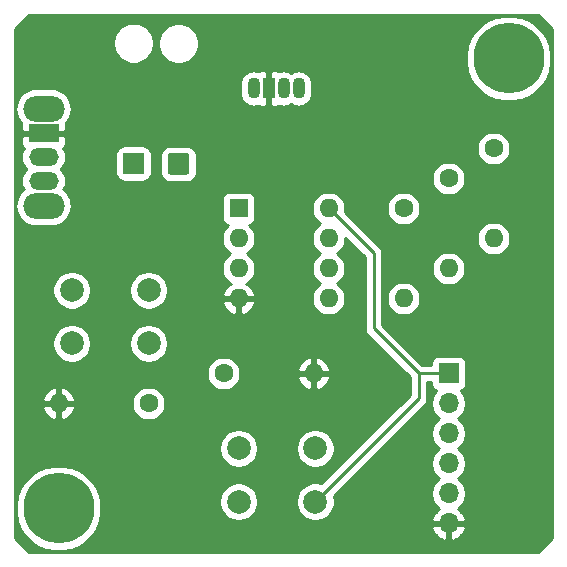
<source format=gbr>
%TF.GenerationSoftware,KiCad,Pcbnew,5.1.10-88a1d61d58~88~ubuntu18.04.1*%
%TF.CreationDate,2021-12-28T00:11:02+01:00*%
%TF.ProjectId,tuchoVen,74756368-6f56-4656-9e2e-6b696361645f,rev?*%
%TF.SameCoordinates,Original*%
%TF.FileFunction,Copper,L2,Bot*%
%TF.FilePolarity,Positive*%
%FSLAX46Y46*%
G04 Gerber Fmt 4.6, Leading zero omitted, Abs format (unit mm)*
G04 Created by KiCad (PCBNEW 5.1.10-88a1d61d58~88~ubuntu18.04.1) date 2021-12-28 00:11:02*
%MOMM*%
%LPD*%
G01*
G04 APERTURE LIST*
%TA.AperFunction,ComponentPad*%
%ADD10C,6.000000*%
%TD*%
%TA.AperFunction,ComponentPad*%
%ADD11O,1.600000X1.600000*%
%TD*%
%TA.AperFunction,ComponentPad*%
%ADD12R,1.600000X1.600000*%
%TD*%
%TA.AperFunction,ComponentPad*%
%ADD13C,2.000000*%
%TD*%
%TA.AperFunction,ComponentPad*%
%ADD14O,3.500000X2.200000*%
%TD*%
%TA.AperFunction,ComponentPad*%
%ADD15O,2.500000X1.500000*%
%TD*%
%TA.AperFunction,ComponentPad*%
%ADD16R,2.500000X1.500000*%
%TD*%
%TA.AperFunction,ComponentPad*%
%ADD17C,1.600000*%
%TD*%
%TA.AperFunction,ComponentPad*%
%ADD18O,1.700000X1.700000*%
%TD*%
%TA.AperFunction,ComponentPad*%
%ADD19R,1.700000X1.700000*%
%TD*%
%TA.AperFunction,ComponentPad*%
%ADD20O,1.070000X1.800000*%
%TD*%
%TA.AperFunction,ComponentPad*%
%ADD21R,1.070000X1.800000*%
%TD*%
%TA.AperFunction,Conductor*%
%ADD22C,0.250000*%
%TD*%
%TA.AperFunction,Conductor*%
%ADD23C,0.254000*%
%TD*%
%TA.AperFunction,Conductor*%
%ADD24C,0.100000*%
%TD*%
G04 APERTURE END LIST*
D10*
%TO.P,h,1*%
%TO.N,N/C*%
X144780000Y-55880000D03*
%TD*%
%TO.P,h,1*%
%TO.N,N/C*%
X106680000Y-93980000D03*
%TD*%
D11*
%TO.P,U1,8*%
%TO.N,/v0*%
X129540000Y-68580000D03*
%TO.P,U1,4*%
%TO.N,/g0*%
X121920000Y-76200000D03*
%TO.P,U1,7*%
%TO.N,Net-(J1-Pad2)*%
X129540000Y-71120000D03*
%TO.P,U1,3*%
%TO.N,Net-(R5-Pad1)*%
X121920000Y-73660000D03*
%TO.P,U1,6*%
%TO.N,Net-(J1-Pad3)*%
X129540000Y-73660000D03*
%TO.P,U1,2*%
%TO.N,Net-(R4-Pad1)*%
X121920000Y-71120000D03*
%TO.P,U1,5*%
%TO.N,Net-(J1-Pad4)*%
X129540000Y-76200000D03*
D12*
%TO.P,U1,1*%
%TO.N,Net-(J1-Pad5)*%
X121920000Y-68580000D03*
%TD*%
D13*
%TO.P,SW3,1*%
%TO.N,Net-(R5-Pad1)*%
X128420000Y-88900000D03*
%TO.P,SW3,2*%
%TO.N,/v0*%
X128420000Y-93400000D03*
%TO.P,SW3,1*%
%TO.N,Net-(R5-Pad1)*%
X121920000Y-88900000D03*
%TO.P,SW3,2*%
%TO.N,/v0*%
X121920000Y-93400000D03*
%TD*%
%TO.P,SW2,1*%
%TO.N,Net-(R4-Pad1)*%
X107800000Y-80010000D03*
%TO.P,SW2,2*%
%TO.N,/v0*%
X107800000Y-75510000D03*
%TO.P,SW2,1*%
%TO.N,Net-(R4-Pad1)*%
X114300000Y-80010000D03*
%TO.P,SW2,2*%
%TO.N,/v0*%
X114300000Y-75510000D03*
%TD*%
D14*
%TO.P,SW1,*%
%TO.N,*%
X105410000Y-68330000D03*
X105410000Y-60130000D03*
D15*
%TO.P,SW1,3*%
%TO.N,N/C*%
X105410000Y-66230000D03*
%TO.P,SW1,2*%
%TO.N,Net-(J3-Pad1)*%
X105410000Y-64230000D03*
D16*
%TO.P,SW1,1*%
%TO.N,/g0*%
X105410000Y-62230000D03*
%TD*%
D11*
%TO.P,R5,2*%
%TO.N,/g0*%
X128270000Y-82550000D03*
D17*
%TO.P,R5,1*%
%TO.N,Net-(R5-Pad1)*%
X120650000Y-82550000D03*
%TD*%
D11*
%TO.P,R4,2*%
%TO.N,/g0*%
X106680000Y-85090000D03*
D17*
%TO.P,R4,1*%
%TO.N,Net-(R4-Pad1)*%
X114300000Y-85090000D03*
%TD*%
D11*
%TO.P,R3,2*%
%TO.N,Net-(J1-Pad4)*%
X135890000Y-76200000D03*
D17*
%TO.P,R3,1*%
%TO.N,Net-(D1-Pad4)*%
X135890000Y-68580000D03*
%TD*%
D11*
%TO.P,R2,2*%
%TO.N,Net-(J1-Pad3)*%
X139700000Y-73660000D03*
D17*
%TO.P,R2,1*%
%TO.N,Net-(D1-Pad2)*%
X139700000Y-66040000D03*
%TD*%
D11*
%TO.P,R1,2*%
%TO.N,Net-(J1-Pad2)*%
X143510000Y-71120000D03*
D17*
%TO.P,R1,1*%
%TO.N,Net-(D1-Pad1)*%
X143510000Y-63500000D03*
%TD*%
%TO.P,J3,1*%
%TO.N,Net-(J3-Pad1)*%
%TA.AperFunction,ComponentPad*%
G36*
G01*
X113955000Y-64094999D02*
X113955000Y-65445001D01*
G75*
G02*
X113705001Y-65695000I-249999J0D01*
G01*
X112354999Y-65695000D01*
G75*
G02*
X112105000Y-65445001I0J249999D01*
G01*
X112105000Y-64094999D01*
G75*
G02*
X112354999Y-63845000I249999J0D01*
G01*
X113705001Y-63845000D01*
G75*
G02*
X113955000Y-64094999I0J-249999D01*
G01*
G37*
%TD.AperFunction*%
%TD*%
%TO.P,J2,1*%
%TO.N,/v0*%
%TA.AperFunction,ComponentPad*%
G36*
G01*
X117765000Y-64134999D02*
X117765000Y-65485001D01*
G75*
G02*
X117515001Y-65735000I-249999J0D01*
G01*
X116164999Y-65735000D01*
G75*
G02*
X115915000Y-65485001I0J249999D01*
G01*
X115915000Y-64134999D01*
G75*
G02*
X116164999Y-63885000I249999J0D01*
G01*
X117515001Y-63885000D01*
G75*
G02*
X117765000Y-64134999I0J-249999D01*
G01*
G37*
%TD.AperFunction*%
%TD*%
D18*
%TO.P,J1,6*%
%TO.N,/g0*%
X139700000Y-95250000D03*
%TO.P,J1,5*%
%TO.N,Net-(J1-Pad5)*%
X139700000Y-92710000D03*
%TO.P,J1,4*%
%TO.N,Net-(J1-Pad4)*%
X139700000Y-90170000D03*
%TO.P,J1,3*%
%TO.N,Net-(J1-Pad3)*%
X139700000Y-87630000D03*
%TO.P,J1,2*%
%TO.N,Net-(J1-Pad2)*%
X139700000Y-85090000D03*
D19*
%TO.P,J1,1*%
%TO.N,/v0*%
X139700000Y-82550000D03*
%TD*%
D20*
%TO.P,D1,4*%
%TO.N,Net-(D1-Pad4)*%
X123190000Y-58420000D03*
D21*
%TO.P,D1,3*%
%TO.N,/g0*%
X124460000Y-58420000D03*
D20*
%TO.P,D1,2*%
%TO.N,Net-(D1-Pad2)*%
X125730000Y-58420000D03*
%TO.P,D1,1*%
%TO.N,Net-(D1-Pad1)*%
X127000000Y-58420000D03*
%TD*%
D22*
%TO.N,/v0*%
X139700000Y-82550000D02*
X137160000Y-82550000D01*
X137160000Y-82550000D02*
X133350000Y-78740000D01*
X133350000Y-78740000D02*
X133350000Y-72390000D01*
X133350000Y-72390000D02*
X129540000Y-68580000D01*
X137160000Y-84660000D02*
X128420000Y-93400000D01*
X137160000Y-82550000D02*
X137160000Y-84660000D01*
%TD*%
D23*
%TO.N,/g0*%
X148463000Y-53392606D02*
X148463000Y-96467394D01*
X147267394Y-97663000D01*
X104192606Y-97663000D01*
X102997000Y-96467394D01*
X102997000Y-93621984D01*
X103045000Y-93621984D01*
X103045000Y-94338016D01*
X103184691Y-95040290D01*
X103458705Y-95701818D01*
X103856511Y-96297177D01*
X104362823Y-96803489D01*
X104958182Y-97201295D01*
X105619710Y-97475309D01*
X106321984Y-97615000D01*
X107038016Y-97615000D01*
X107740290Y-97475309D01*
X108401818Y-97201295D01*
X108997177Y-96803489D01*
X109503489Y-96297177D01*
X109901295Y-95701818D01*
X109940615Y-95606890D01*
X138258524Y-95606890D01*
X138303175Y-95754099D01*
X138428359Y-96016920D01*
X138602412Y-96250269D01*
X138818645Y-96445178D01*
X139068748Y-96594157D01*
X139343109Y-96691481D01*
X139573000Y-96570814D01*
X139573000Y-95377000D01*
X139827000Y-95377000D01*
X139827000Y-96570814D01*
X140056891Y-96691481D01*
X140331252Y-96594157D01*
X140581355Y-96445178D01*
X140797588Y-96250269D01*
X140971641Y-96016920D01*
X141096825Y-95754099D01*
X141141476Y-95606890D01*
X141020155Y-95377000D01*
X139827000Y-95377000D01*
X139573000Y-95377000D01*
X138379845Y-95377000D01*
X138258524Y-95606890D01*
X109940615Y-95606890D01*
X110175309Y-95040290D01*
X110315000Y-94338016D01*
X110315000Y-93621984D01*
X110238814Y-93238967D01*
X120285000Y-93238967D01*
X120285000Y-93561033D01*
X120347832Y-93876912D01*
X120471082Y-94174463D01*
X120650013Y-94442252D01*
X120877748Y-94669987D01*
X121145537Y-94848918D01*
X121443088Y-94972168D01*
X121758967Y-95035000D01*
X122081033Y-95035000D01*
X122396912Y-94972168D01*
X122694463Y-94848918D01*
X122962252Y-94669987D01*
X123189987Y-94442252D01*
X123368918Y-94174463D01*
X123492168Y-93876912D01*
X123555000Y-93561033D01*
X123555000Y-93238967D01*
X126785000Y-93238967D01*
X126785000Y-93561033D01*
X126847832Y-93876912D01*
X126971082Y-94174463D01*
X127150013Y-94442252D01*
X127377748Y-94669987D01*
X127645537Y-94848918D01*
X127943088Y-94972168D01*
X128258967Y-95035000D01*
X128581033Y-95035000D01*
X128896912Y-94972168D01*
X129194463Y-94848918D01*
X129462252Y-94669987D01*
X129689987Y-94442252D01*
X129868918Y-94174463D01*
X129992168Y-93876912D01*
X130055000Y-93561033D01*
X130055000Y-93238967D01*
X129992168Y-92923088D01*
X129986177Y-92908624D01*
X137671003Y-85223799D01*
X137700001Y-85200001D01*
X137794974Y-85084276D01*
X137865546Y-84952247D01*
X137909003Y-84808986D01*
X137920000Y-84697333D01*
X137923677Y-84660000D01*
X137920000Y-84622667D01*
X137920000Y-83310000D01*
X138211928Y-83310000D01*
X138211928Y-83400000D01*
X138224188Y-83524482D01*
X138260498Y-83644180D01*
X138319463Y-83754494D01*
X138398815Y-83851185D01*
X138495506Y-83930537D01*
X138605820Y-83989502D01*
X138678380Y-84011513D01*
X138546525Y-84143368D01*
X138384010Y-84386589D01*
X138272068Y-84656842D01*
X138215000Y-84943740D01*
X138215000Y-85236260D01*
X138272068Y-85523158D01*
X138384010Y-85793411D01*
X138546525Y-86036632D01*
X138753368Y-86243475D01*
X138927760Y-86360000D01*
X138753368Y-86476525D01*
X138546525Y-86683368D01*
X138384010Y-86926589D01*
X138272068Y-87196842D01*
X138215000Y-87483740D01*
X138215000Y-87776260D01*
X138272068Y-88063158D01*
X138384010Y-88333411D01*
X138546525Y-88576632D01*
X138753368Y-88783475D01*
X138927760Y-88900000D01*
X138753368Y-89016525D01*
X138546525Y-89223368D01*
X138384010Y-89466589D01*
X138272068Y-89736842D01*
X138215000Y-90023740D01*
X138215000Y-90316260D01*
X138272068Y-90603158D01*
X138384010Y-90873411D01*
X138546525Y-91116632D01*
X138753368Y-91323475D01*
X138927760Y-91440000D01*
X138753368Y-91556525D01*
X138546525Y-91763368D01*
X138384010Y-92006589D01*
X138272068Y-92276842D01*
X138215000Y-92563740D01*
X138215000Y-92856260D01*
X138272068Y-93143158D01*
X138384010Y-93413411D01*
X138546525Y-93656632D01*
X138753368Y-93863475D01*
X138935534Y-93985195D01*
X138818645Y-94054822D01*
X138602412Y-94249731D01*
X138428359Y-94483080D01*
X138303175Y-94745901D01*
X138258524Y-94893110D01*
X138379845Y-95123000D01*
X139573000Y-95123000D01*
X139573000Y-95103000D01*
X139827000Y-95103000D01*
X139827000Y-95123000D01*
X141020155Y-95123000D01*
X141141476Y-94893110D01*
X141096825Y-94745901D01*
X140971641Y-94483080D01*
X140797588Y-94249731D01*
X140581355Y-94054822D01*
X140464466Y-93985195D01*
X140646632Y-93863475D01*
X140853475Y-93656632D01*
X141015990Y-93413411D01*
X141127932Y-93143158D01*
X141185000Y-92856260D01*
X141185000Y-92563740D01*
X141127932Y-92276842D01*
X141015990Y-92006589D01*
X140853475Y-91763368D01*
X140646632Y-91556525D01*
X140472240Y-91440000D01*
X140646632Y-91323475D01*
X140853475Y-91116632D01*
X141015990Y-90873411D01*
X141127932Y-90603158D01*
X141185000Y-90316260D01*
X141185000Y-90023740D01*
X141127932Y-89736842D01*
X141015990Y-89466589D01*
X140853475Y-89223368D01*
X140646632Y-89016525D01*
X140472240Y-88900000D01*
X140646632Y-88783475D01*
X140853475Y-88576632D01*
X141015990Y-88333411D01*
X141127932Y-88063158D01*
X141185000Y-87776260D01*
X141185000Y-87483740D01*
X141127932Y-87196842D01*
X141015990Y-86926589D01*
X140853475Y-86683368D01*
X140646632Y-86476525D01*
X140472240Y-86360000D01*
X140646632Y-86243475D01*
X140853475Y-86036632D01*
X141015990Y-85793411D01*
X141127932Y-85523158D01*
X141185000Y-85236260D01*
X141185000Y-84943740D01*
X141127932Y-84656842D01*
X141015990Y-84386589D01*
X140853475Y-84143368D01*
X140721620Y-84011513D01*
X140794180Y-83989502D01*
X140904494Y-83930537D01*
X141001185Y-83851185D01*
X141080537Y-83754494D01*
X141139502Y-83644180D01*
X141175812Y-83524482D01*
X141188072Y-83400000D01*
X141188072Y-81700000D01*
X141175812Y-81575518D01*
X141139502Y-81455820D01*
X141080537Y-81345506D01*
X141001185Y-81248815D01*
X140904494Y-81169463D01*
X140794180Y-81110498D01*
X140674482Y-81074188D01*
X140550000Y-81061928D01*
X138850000Y-81061928D01*
X138725518Y-81074188D01*
X138605820Y-81110498D01*
X138495506Y-81169463D01*
X138398815Y-81248815D01*
X138319463Y-81345506D01*
X138260498Y-81455820D01*
X138224188Y-81575518D01*
X138211928Y-81700000D01*
X138211928Y-81790000D01*
X137474802Y-81790000D01*
X134110000Y-78425199D01*
X134110000Y-76058665D01*
X134455000Y-76058665D01*
X134455000Y-76341335D01*
X134510147Y-76618574D01*
X134618320Y-76879727D01*
X134775363Y-77114759D01*
X134975241Y-77314637D01*
X135210273Y-77471680D01*
X135471426Y-77579853D01*
X135748665Y-77635000D01*
X136031335Y-77635000D01*
X136308574Y-77579853D01*
X136569727Y-77471680D01*
X136804759Y-77314637D01*
X137004637Y-77114759D01*
X137161680Y-76879727D01*
X137269853Y-76618574D01*
X137325000Y-76341335D01*
X137325000Y-76058665D01*
X137269853Y-75781426D01*
X137161680Y-75520273D01*
X137004637Y-75285241D01*
X136804759Y-75085363D01*
X136569727Y-74928320D01*
X136308574Y-74820147D01*
X136031335Y-74765000D01*
X135748665Y-74765000D01*
X135471426Y-74820147D01*
X135210273Y-74928320D01*
X134975241Y-75085363D01*
X134775363Y-75285241D01*
X134618320Y-75520273D01*
X134510147Y-75781426D01*
X134455000Y-76058665D01*
X134110000Y-76058665D01*
X134110000Y-73518665D01*
X138265000Y-73518665D01*
X138265000Y-73801335D01*
X138320147Y-74078574D01*
X138428320Y-74339727D01*
X138585363Y-74574759D01*
X138785241Y-74774637D01*
X139020273Y-74931680D01*
X139281426Y-75039853D01*
X139558665Y-75095000D01*
X139841335Y-75095000D01*
X140118574Y-75039853D01*
X140379727Y-74931680D01*
X140614759Y-74774637D01*
X140814637Y-74574759D01*
X140971680Y-74339727D01*
X141079853Y-74078574D01*
X141135000Y-73801335D01*
X141135000Y-73518665D01*
X141079853Y-73241426D01*
X140971680Y-72980273D01*
X140814637Y-72745241D01*
X140614759Y-72545363D01*
X140379727Y-72388320D01*
X140118574Y-72280147D01*
X139841335Y-72225000D01*
X139558665Y-72225000D01*
X139281426Y-72280147D01*
X139020273Y-72388320D01*
X138785241Y-72545363D01*
X138585363Y-72745241D01*
X138428320Y-72980273D01*
X138320147Y-73241426D01*
X138265000Y-73518665D01*
X134110000Y-73518665D01*
X134110000Y-72427325D01*
X134113676Y-72390000D01*
X134110000Y-72352675D01*
X134110000Y-72352667D01*
X134099003Y-72241014D01*
X134055546Y-72097753D01*
X133984974Y-71965724D01*
X133890001Y-71849999D01*
X133861003Y-71826201D01*
X133013467Y-70978665D01*
X142075000Y-70978665D01*
X142075000Y-71261335D01*
X142130147Y-71538574D01*
X142238320Y-71799727D01*
X142395363Y-72034759D01*
X142595241Y-72234637D01*
X142830273Y-72391680D01*
X143091426Y-72499853D01*
X143368665Y-72555000D01*
X143651335Y-72555000D01*
X143928574Y-72499853D01*
X144189727Y-72391680D01*
X144424759Y-72234637D01*
X144624637Y-72034759D01*
X144781680Y-71799727D01*
X144889853Y-71538574D01*
X144945000Y-71261335D01*
X144945000Y-70978665D01*
X144889853Y-70701426D01*
X144781680Y-70440273D01*
X144624637Y-70205241D01*
X144424759Y-70005363D01*
X144189727Y-69848320D01*
X143928574Y-69740147D01*
X143651335Y-69685000D01*
X143368665Y-69685000D01*
X143091426Y-69740147D01*
X142830273Y-69848320D01*
X142595241Y-70005363D01*
X142395363Y-70205241D01*
X142238320Y-70440273D01*
X142130147Y-70701426D01*
X142075000Y-70978665D01*
X133013467Y-70978665D01*
X130938688Y-68903887D01*
X130975000Y-68721335D01*
X130975000Y-68438665D01*
X134455000Y-68438665D01*
X134455000Y-68721335D01*
X134510147Y-68998574D01*
X134618320Y-69259727D01*
X134775363Y-69494759D01*
X134975241Y-69694637D01*
X135210273Y-69851680D01*
X135471426Y-69959853D01*
X135748665Y-70015000D01*
X136031335Y-70015000D01*
X136308574Y-69959853D01*
X136569727Y-69851680D01*
X136804759Y-69694637D01*
X137004637Y-69494759D01*
X137161680Y-69259727D01*
X137269853Y-68998574D01*
X137325000Y-68721335D01*
X137325000Y-68438665D01*
X137269853Y-68161426D01*
X137161680Y-67900273D01*
X137004637Y-67665241D01*
X136804759Y-67465363D01*
X136569727Y-67308320D01*
X136308574Y-67200147D01*
X136031335Y-67145000D01*
X135748665Y-67145000D01*
X135471426Y-67200147D01*
X135210273Y-67308320D01*
X134975241Y-67465363D01*
X134775363Y-67665241D01*
X134618320Y-67900273D01*
X134510147Y-68161426D01*
X134455000Y-68438665D01*
X130975000Y-68438665D01*
X130919853Y-68161426D01*
X130811680Y-67900273D01*
X130654637Y-67665241D01*
X130454759Y-67465363D01*
X130219727Y-67308320D01*
X129958574Y-67200147D01*
X129681335Y-67145000D01*
X129398665Y-67145000D01*
X129121426Y-67200147D01*
X128860273Y-67308320D01*
X128625241Y-67465363D01*
X128425363Y-67665241D01*
X128268320Y-67900273D01*
X128160147Y-68161426D01*
X128105000Y-68438665D01*
X128105000Y-68721335D01*
X128160147Y-68998574D01*
X128268320Y-69259727D01*
X128425363Y-69494759D01*
X128625241Y-69694637D01*
X128857759Y-69850000D01*
X128625241Y-70005363D01*
X128425363Y-70205241D01*
X128268320Y-70440273D01*
X128160147Y-70701426D01*
X128105000Y-70978665D01*
X128105000Y-71261335D01*
X128160147Y-71538574D01*
X128268320Y-71799727D01*
X128425363Y-72034759D01*
X128625241Y-72234637D01*
X128857759Y-72390000D01*
X128625241Y-72545363D01*
X128425363Y-72745241D01*
X128268320Y-72980273D01*
X128160147Y-73241426D01*
X128105000Y-73518665D01*
X128105000Y-73801335D01*
X128160147Y-74078574D01*
X128268320Y-74339727D01*
X128425363Y-74574759D01*
X128625241Y-74774637D01*
X128857759Y-74930000D01*
X128625241Y-75085363D01*
X128425363Y-75285241D01*
X128268320Y-75520273D01*
X128160147Y-75781426D01*
X128105000Y-76058665D01*
X128105000Y-76341335D01*
X128160147Y-76618574D01*
X128268320Y-76879727D01*
X128425363Y-77114759D01*
X128625241Y-77314637D01*
X128860273Y-77471680D01*
X129121426Y-77579853D01*
X129398665Y-77635000D01*
X129681335Y-77635000D01*
X129958574Y-77579853D01*
X130219727Y-77471680D01*
X130454759Y-77314637D01*
X130654637Y-77114759D01*
X130811680Y-76879727D01*
X130919853Y-76618574D01*
X130975000Y-76341335D01*
X130975000Y-76058665D01*
X130919853Y-75781426D01*
X130811680Y-75520273D01*
X130654637Y-75285241D01*
X130454759Y-75085363D01*
X130222241Y-74930000D01*
X130454759Y-74774637D01*
X130654637Y-74574759D01*
X130811680Y-74339727D01*
X130919853Y-74078574D01*
X130975000Y-73801335D01*
X130975000Y-73518665D01*
X130919853Y-73241426D01*
X130811680Y-72980273D01*
X130654637Y-72745241D01*
X130454759Y-72545363D01*
X130222241Y-72390000D01*
X130454759Y-72234637D01*
X130654637Y-72034759D01*
X130811680Y-71799727D01*
X130919853Y-71538574D01*
X130975000Y-71261335D01*
X130975000Y-71089802D01*
X132590001Y-72704803D01*
X132590000Y-78702677D01*
X132586324Y-78740000D01*
X132590000Y-78777322D01*
X132590000Y-78777332D01*
X132600997Y-78888985D01*
X132644454Y-79032246D01*
X132715026Y-79164276D01*
X132754871Y-79212826D01*
X132809999Y-79280001D01*
X132839003Y-79303804D01*
X136400000Y-82864802D01*
X136400001Y-84345197D01*
X128911376Y-91833823D01*
X128896912Y-91827832D01*
X128581033Y-91765000D01*
X128258967Y-91765000D01*
X127943088Y-91827832D01*
X127645537Y-91951082D01*
X127377748Y-92130013D01*
X127150013Y-92357748D01*
X126971082Y-92625537D01*
X126847832Y-92923088D01*
X126785000Y-93238967D01*
X123555000Y-93238967D01*
X123492168Y-92923088D01*
X123368918Y-92625537D01*
X123189987Y-92357748D01*
X122962252Y-92130013D01*
X122694463Y-91951082D01*
X122396912Y-91827832D01*
X122081033Y-91765000D01*
X121758967Y-91765000D01*
X121443088Y-91827832D01*
X121145537Y-91951082D01*
X120877748Y-92130013D01*
X120650013Y-92357748D01*
X120471082Y-92625537D01*
X120347832Y-92923088D01*
X120285000Y-93238967D01*
X110238814Y-93238967D01*
X110175309Y-92919710D01*
X109901295Y-92258182D01*
X109503489Y-91662823D01*
X108997177Y-91156511D01*
X108401818Y-90758705D01*
X107740290Y-90484691D01*
X107038016Y-90345000D01*
X106321984Y-90345000D01*
X105619710Y-90484691D01*
X104958182Y-90758705D01*
X104362823Y-91156511D01*
X103856511Y-91662823D01*
X103458705Y-92258182D01*
X103184691Y-92919710D01*
X103045000Y-93621984D01*
X102997000Y-93621984D01*
X102997000Y-88738967D01*
X120285000Y-88738967D01*
X120285000Y-89061033D01*
X120347832Y-89376912D01*
X120471082Y-89674463D01*
X120650013Y-89942252D01*
X120877748Y-90169987D01*
X121145537Y-90348918D01*
X121443088Y-90472168D01*
X121758967Y-90535000D01*
X122081033Y-90535000D01*
X122396912Y-90472168D01*
X122694463Y-90348918D01*
X122962252Y-90169987D01*
X123189987Y-89942252D01*
X123368918Y-89674463D01*
X123492168Y-89376912D01*
X123555000Y-89061033D01*
X123555000Y-88738967D01*
X126785000Y-88738967D01*
X126785000Y-89061033D01*
X126847832Y-89376912D01*
X126971082Y-89674463D01*
X127150013Y-89942252D01*
X127377748Y-90169987D01*
X127645537Y-90348918D01*
X127943088Y-90472168D01*
X128258967Y-90535000D01*
X128581033Y-90535000D01*
X128896912Y-90472168D01*
X129194463Y-90348918D01*
X129462252Y-90169987D01*
X129689987Y-89942252D01*
X129868918Y-89674463D01*
X129992168Y-89376912D01*
X130055000Y-89061033D01*
X130055000Y-88738967D01*
X129992168Y-88423088D01*
X129868918Y-88125537D01*
X129689987Y-87857748D01*
X129462252Y-87630013D01*
X129194463Y-87451082D01*
X128896912Y-87327832D01*
X128581033Y-87265000D01*
X128258967Y-87265000D01*
X127943088Y-87327832D01*
X127645537Y-87451082D01*
X127377748Y-87630013D01*
X127150013Y-87857748D01*
X126971082Y-88125537D01*
X126847832Y-88423088D01*
X126785000Y-88738967D01*
X123555000Y-88738967D01*
X123492168Y-88423088D01*
X123368918Y-88125537D01*
X123189987Y-87857748D01*
X122962252Y-87630013D01*
X122694463Y-87451082D01*
X122396912Y-87327832D01*
X122081033Y-87265000D01*
X121758967Y-87265000D01*
X121443088Y-87327832D01*
X121145537Y-87451082D01*
X120877748Y-87630013D01*
X120650013Y-87857748D01*
X120471082Y-88125537D01*
X120347832Y-88423088D01*
X120285000Y-88738967D01*
X102997000Y-88738967D01*
X102997000Y-85439039D01*
X105288096Y-85439039D01*
X105328754Y-85573087D01*
X105448963Y-85827420D01*
X105616481Y-86053414D01*
X105824869Y-86242385D01*
X106066119Y-86387070D01*
X106330960Y-86481909D01*
X106553000Y-86360624D01*
X106553000Y-85217000D01*
X106807000Y-85217000D01*
X106807000Y-86360624D01*
X107029040Y-86481909D01*
X107293881Y-86387070D01*
X107535131Y-86242385D01*
X107743519Y-86053414D01*
X107911037Y-85827420D01*
X108031246Y-85573087D01*
X108071904Y-85439039D01*
X107949915Y-85217000D01*
X106807000Y-85217000D01*
X106553000Y-85217000D01*
X105410085Y-85217000D01*
X105288096Y-85439039D01*
X102997000Y-85439039D01*
X102997000Y-84740961D01*
X105288096Y-84740961D01*
X105410085Y-84963000D01*
X106553000Y-84963000D01*
X106553000Y-83819376D01*
X106807000Y-83819376D01*
X106807000Y-84963000D01*
X107949915Y-84963000D01*
X107957790Y-84948665D01*
X112865000Y-84948665D01*
X112865000Y-85231335D01*
X112920147Y-85508574D01*
X113028320Y-85769727D01*
X113185363Y-86004759D01*
X113385241Y-86204637D01*
X113620273Y-86361680D01*
X113881426Y-86469853D01*
X114158665Y-86525000D01*
X114441335Y-86525000D01*
X114718574Y-86469853D01*
X114979727Y-86361680D01*
X115214759Y-86204637D01*
X115414637Y-86004759D01*
X115571680Y-85769727D01*
X115679853Y-85508574D01*
X115735000Y-85231335D01*
X115735000Y-84948665D01*
X115679853Y-84671426D01*
X115571680Y-84410273D01*
X115414637Y-84175241D01*
X115214759Y-83975363D01*
X114979727Y-83818320D01*
X114718574Y-83710147D01*
X114441335Y-83655000D01*
X114158665Y-83655000D01*
X113881426Y-83710147D01*
X113620273Y-83818320D01*
X113385241Y-83975363D01*
X113185363Y-84175241D01*
X113028320Y-84410273D01*
X112920147Y-84671426D01*
X112865000Y-84948665D01*
X107957790Y-84948665D01*
X108071904Y-84740961D01*
X108031246Y-84606913D01*
X107911037Y-84352580D01*
X107743519Y-84126586D01*
X107535131Y-83937615D01*
X107293881Y-83792930D01*
X107029040Y-83698091D01*
X106807000Y-83819376D01*
X106553000Y-83819376D01*
X106330960Y-83698091D01*
X106066119Y-83792930D01*
X105824869Y-83937615D01*
X105616481Y-84126586D01*
X105448963Y-84352580D01*
X105328754Y-84606913D01*
X105288096Y-84740961D01*
X102997000Y-84740961D01*
X102997000Y-82408665D01*
X119215000Y-82408665D01*
X119215000Y-82691335D01*
X119270147Y-82968574D01*
X119378320Y-83229727D01*
X119535363Y-83464759D01*
X119735241Y-83664637D01*
X119970273Y-83821680D01*
X120231426Y-83929853D01*
X120508665Y-83985000D01*
X120791335Y-83985000D01*
X121068574Y-83929853D01*
X121329727Y-83821680D01*
X121564759Y-83664637D01*
X121764637Y-83464759D01*
X121921680Y-83229727D01*
X122029853Y-82968574D01*
X122043684Y-82899039D01*
X126878096Y-82899039D01*
X126918754Y-83033087D01*
X127038963Y-83287420D01*
X127206481Y-83513414D01*
X127414869Y-83702385D01*
X127656119Y-83847070D01*
X127920960Y-83941909D01*
X128143000Y-83820624D01*
X128143000Y-82677000D01*
X128397000Y-82677000D01*
X128397000Y-83820624D01*
X128619040Y-83941909D01*
X128883881Y-83847070D01*
X129125131Y-83702385D01*
X129333519Y-83513414D01*
X129501037Y-83287420D01*
X129621246Y-83033087D01*
X129661904Y-82899039D01*
X129539915Y-82677000D01*
X128397000Y-82677000D01*
X128143000Y-82677000D01*
X127000085Y-82677000D01*
X126878096Y-82899039D01*
X122043684Y-82899039D01*
X122085000Y-82691335D01*
X122085000Y-82408665D01*
X122043685Y-82200961D01*
X126878096Y-82200961D01*
X127000085Y-82423000D01*
X128143000Y-82423000D01*
X128143000Y-81279376D01*
X128397000Y-81279376D01*
X128397000Y-82423000D01*
X129539915Y-82423000D01*
X129661904Y-82200961D01*
X129621246Y-82066913D01*
X129501037Y-81812580D01*
X129333519Y-81586586D01*
X129125131Y-81397615D01*
X128883881Y-81252930D01*
X128619040Y-81158091D01*
X128397000Y-81279376D01*
X128143000Y-81279376D01*
X127920960Y-81158091D01*
X127656119Y-81252930D01*
X127414869Y-81397615D01*
X127206481Y-81586586D01*
X127038963Y-81812580D01*
X126918754Y-82066913D01*
X126878096Y-82200961D01*
X122043685Y-82200961D01*
X122029853Y-82131426D01*
X121921680Y-81870273D01*
X121764637Y-81635241D01*
X121564759Y-81435363D01*
X121329727Y-81278320D01*
X121068574Y-81170147D01*
X120791335Y-81115000D01*
X120508665Y-81115000D01*
X120231426Y-81170147D01*
X119970273Y-81278320D01*
X119735241Y-81435363D01*
X119535363Y-81635241D01*
X119378320Y-81870273D01*
X119270147Y-82131426D01*
X119215000Y-82408665D01*
X102997000Y-82408665D01*
X102997000Y-79848967D01*
X106165000Y-79848967D01*
X106165000Y-80171033D01*
X106227832Y-80486912D01*
X106351082Y-80784463D01*
X106530013Y-81052252D01*
X106757748Y-81279987D01*
X107025537Y-81458918D01*
X107323088Y-81582168D01*
X107638967Y-81645000D01*
X107961033Y-81645000D01*
X108276912Y-81582168D01*
X108574463Y-81458918D01*
X108842252Y-81279987D01*
X109069987Y-81052252D01*
X109248918Y-80784463D01*
X109372168Y-80486912D01*
X109435000Y-80171033D01*
X109435000Y-79848967D01*
X112665000Y-79848967D01*
X112665000Y-80171033D01*
X112727832Y-80486912D01*
X112851082Y-80784463D01*
X113030013Y-81052252D01*
X113257748Y-81279987D01*
X113525537Y-81458918D01*
X113823088Y-81582168D01*
X114138967Y-81645000D01*
X114461033Y-81645000D01*
X114776912Y-81582168D01*
X115074463Y-81458918D01*
X115342252Y-81279987D01*
X115569987Y-81052252D01*
X115748918Y-80784463D01*
X115872168Y-80486912D01*
X115935000Y-80171033D01*
X115935000Y-79848967D01*
X115872168Y-79533088D01*
X115748918Y-79235537D01*
X115569987Y-78967748D01*
X115342252Y-78740013D01*
X115074463Y-78561082D01*
X114776912Y-78437832D01*
X114461033Y-78375000D01*
X114138967Y-78375000D01*
X113823088Y-78437832D01*
X113525537Y-78561082D01*
X113257748Y-78740013D01*
X113030013Y-78967748D01*
X112851082Y-79235537D01*
X112727832Y-79533088D01*
X112665000Y-79848967D01*
X109435000Y-79848967D01*
X109372168Y-79533088D01*
X109248918Y-79235537D01*
X109069987Y-78967748D01*
X108842252Y-78740013D01*
X108574463Y-78561082D01*
X108276912Y-78437832D01*
X107961033Y-78375000D01*
X107638967Y-78375000D01*
X107323088Y-78437832D01*
X107025537Y-78561082D01*
X106757748Y-78740013D01*
X106530013Y-78967748D01*
X106351082Y-79235537D01*
X106227832Y-79533088D01*
X106165000Y-79848967D01*
X102997000Y-79848967D01*
X102997000Y-75348967D01*
X106165000Y-75348967D01*
X106165000Y-75671033D01*
X106227832Y-75986912D01*
X106351082Y-76284463D01*
X106530013Y-76552252D01*
X106757748Y-76779987D01*
X107025537Y-76958918D01*
X107323088Y-77082168D01*
X107638967Y-77145000D01*
X107961033Y-77145000D01*
X108276912Y-77082168D01*
X108574463Y-76958918D01*
X108842252Y-76779987D01*
X109069987Y-76552252D01*
X109248918Y-76284463D01*
X109372168Y-75986912D01*
X109435000Y-75671033D01*
X109435000Y-75348967D01*
X112665000Y-75348967D01*
X112665000Y-75671033D01*
X112727832Y-75986912D01*
X112851082Y-76284463D01*
X113030013Y-76552252D01*
X113257748Y-76779987D01*
X113525537Y-76958918D01*
X113823088Y-77082168D01*
X114138967Y-77145000D01*
X114461033Y-77145000D01*
X114776912Y-77082168D01*
X115074463Y-76958918D01*
X115342252Y-76779987D01*
X115569987Y-76552252D01*
X115572133Y-76549039D01*
X120528096Y-76549039D01*
X120568754Y-76683087D01*
X120688963Y-76937420D01*
X120856481Y-77163414D01*
X121064869Y-77352385D01*
X121306119Y-77497070D01*
X121570960Y-77591909D01*
X121793000Y-77470624D01*
X121793000Y-76327000D01*
X122047000Y-76327000D01*
X122047000Y-77470624D01*
X122269040Y-77591909D01*
X122533881Y-77497070D01*
X122775131Y-77352385D01*
X122983519Y-77163414D01*
X123151037Y-76937420D01*
X123271246Y-76683087D01*
X123311904Y-76549039D01*
X123189915Y-76327000D01*
X122047000Y-76327000D01*
X121793000Y-76327000D01*
X120650085Y-76327000D01*
X120528096Y-76549039D01*
X115572133Y-76549039D01*
X115748918Y-76284463D01*
X115872168Y-75986912D01*
X115935000Y-75671033D01*
X115935000Y-75348967D01*
X115872168Y-75033088D01*
X115748918Y-74735537D01*
X115569987Y-74467748D01*
X115342252Y-74240013D01*
X115074463Y-74061082D01*
X114776912Y-73937832D01*
X114461033Y-73875000D01*
X114138967Y-73875000D01*
X113823088Y-73937832D01*
X113525537Y-74061082D01*
X113257748Y-74240013D01*
X113030013Y-74467748D01*
X112851082Y-74735537D01*
X112727832Y-75033088D01*
X112665000Y-75348967D01*
X109435000Y-75348967D01*
X109372168Y-75033088D01*
X109248918Y-74735537D01*
X109069987Y-74467748D01*
X108842252Y-74240013D01*
X108574463Y-74061082D01*
X108276912Y-73937832D01*
X107961033Y-73875000D01*
X107638967Y-73875000D01*
X107323088Y-73937832D01*
X107025537Y-74061082D01*
X106757748Y-74240013D01*
X106530013Y-74467748D01*
X106351082Y-74735537D01*
X106227832Y-75033088D01*
X106165000Y-75348967D01*
X102997000Y-75348967D01*
X102997000Y-68330000D01*
X103016606Y-68330000D01*
X103050105Y-68670119D01*
X103149314Y-68997168D01*
X103310421Y-69298578D01*
X103527234Y-69562766D01*
X103791422Y-69779579D01*
X104092832Y-69940686D01*
X104419881Y-70039895D01*
X104674775Y-70065000D01*
X106145225Y-70065000D01*
X106400119Y-70039895D01*
X106727168Y-69940686D01*
X107028578Y-69779579D01*
X107292766Y-69562766D01*
X107509579Y-69298578D01*
X107670686Y-68997168D01*
X107769895Y-68670119D01*
X107803394Y-68330000D01*
X107769895Y-67989881D01*
X107706229Y-67780000D01*
X120481928Y-67780000D01*
X120481928Y-69380000D01*
X120494188Y-69504482D01*
X120530498Y-69624180D01*
X120589463Y-69734494D01*
X120668815Y-69831185D01*
X120765506Y-69910537D01*
X120875820Y-69969502D01*
X120995518Y-70005812D01*
X121003961Y-70006643D01*
X120805363Y-70205241D01*
X120648320Y-70440273D01*
X120540147Y-70701426D01*
X120485000Y-70978665D01*
X120485000Y-71261335D01*
X120540147Y-71538574D01*
X120648320Y-71799727D01*
X120805363Y-72034759D01*
X121005241Y-72234637D01*
X121237759Y-72390000D01*
X121005241Y-72545363D01*
X120805363Y-72745241D01*
X120648320Y-72980273D01*
X120540147Y-73241426D01*
X120485000Y-73518665D01*
X120485000Y-73801335D01*
X120540147Y-74078574D01*
X120648320Y-74339727D01*
X120805363Y-74574759D01*
X121005241Y-74774637D01*
X121240273Y-74931680D01*
X121250865Y-74936067D01*
X121064869Y-75047615D01*
X120856481Y-75236586D01*
X120688963Y-75462580D01*
X120568754Y-75716913D01*
X120528096Y-75850961D01*
X120650085Y-76073000D01*
X121793000Y-76073000D01*
X121793000Y-76053000D01*
X122047000Y-76053000D01*
X122047000Y-76073000D01*
X123189915Y-76073000D01*
X123311904Y-75850961D01*
X123271246Y-75716913D01*
X123151037Y-75462580D01*
X122983519Y-75236586D01*
X122775131Y-75047615D01*
X122589135Y-74936067D01*
X122599727Y-74931680D01*
X122834759Y-74774637D01*
X123034637Y-74574759D01*
X123191680Y-74339727D01*
X123299853Y-74078574D01*
X123355000Y-73801335D01*
X123355000Y-73518665D01*
X123299853Y-73241426D01*
X123191680Y-72980273D01*
X123034637Y-72745241D01*
X122834759Y-72545363D01*
X122602241Y-72390000D01*
X122834759Y-72234637D01*
X123034637Y-72034759D01*
X123191680Y-71799727D01*
X123299853Y-71538574D01*
X123355000Y-71261335D01*
X123355000Y-70978665D01*
X123299853Y-70701426D01*
X123191680Y-70440273D01*
X123034637Y-70205241D01*
X122836039Y-70006643D01*
X122844482Y-70005812D01*
X122964180Y-69969502D01*
X123074494Y-69910537D01*
X123171185Y-69831185D01*
X123250537Y-69734494D01*
X123309502Y-69624180D01*
X123345812Y-69504482D01*
X123358072Y-69380000D01*
X123358072Y-67780000D01*
X123345812Y-67655518D01*
X123309502Y-67535820D01*
X123250537Y-67425506D01*
X123171185Y-67328815D01*
X123074494Y-67249463D01*
X122964180Y-67190498D01*
X122844482Y-67154188D01*
X122720000Y-67141928D01*
X121120000Y-67141928D01*
X120995518Y-67154188D01*
X120875820Y-67190498D01*
X120765506Y-67249463D01*
X120668815Y-67328815D01*
X120589463Y-67425506D01*
X120530498Y-67535820D01*
X120494188Y-67655518D01*
X120481928Y-67780000D01*
X107706229Y-67780000D01*
X107670686Y-67662832D01*
X107509579Y-67361422D01*
X107292766Y-67097234D01*
X107101006Y-66939861D01*
X107195764Y-66762581D01*
X107274960Y-66501507D01*
X107301701Y-66230000D01*
X107274960Y-65958493D01*
X107195764Y-65697419D01*
X107067157Y-65456812D01*
X106894081Y-65245919D01*
X106874684Y-65230000D01*
X106894081Y-65214081D01*
X107067157Y-65003188D01*
X107195764Y-64762581D01*
X107274960Y-64501507D01*
X107301701Y-64230000D01*
X107288405Y-64094999D01*
X111466928Y-64094999D01*
X111466928Y-65445001D01*
X111483992Y-65618255D01*
X111534528Y-65784851D01*
X111616595Y-65938387D01*
X111727038Y-66072962D01*
X111861613Y-66183405D01*
X112015149Y-66265472D01*
X112181745Y-66316008D01*
X112354999Y-66333072D01*
X113705001Y-66333072D01*
X113878255Y-66316008D01*
X114044851Y-66265472D01*
X114198387Y-66183405D01*
X114332962Y-66072962D01*
X114443405Y-65938387D01*
X114525472Y-65784851D01*
X114576008Y-65618255D01*
X114593072Y-65445001D01*
X114593072Y-64134999D01*
X115276928Y-64134999D01*
X115276928Y-65485001D01*
X115293992Y-65658255D01*
X115344528Y-65824851D01*
X115426595Y-65978387D01*
X115537038Y-66112962D01*
X115671613Y-66223405D01*
X115825149Y-66305472D01*
X115991745Y-66356008D01*
X116164999Y-66373072D01*
X117515001Y-66373072D01*
X117688255Y-66356008D01*
X117854851Y-66305472D01*
X118008387Y-66223405D01*
X118142962Y-66112962D01*
X118253405Y-65978387D01*
X118296017Y-65898665D01*
X138265000Y-65898665D01*
X138265000Y-66181335D01*
X138320147Y-66458574D01*
X138428320Y-66719727D01*
X138585363Y-66954759D01*
X138785241Y-67154637D01*
X139020273Y-67311680D01*
X139281426Y-67419853D01*
X139558665Y-67475000D01*
X139841335Y-67475000D01*
X140118574Y-67419853D01*
X140379727Y-67311680D01*
X140614759Y-67154637D01*
X140814637Y-66954759D01*
X140971680Y-66719727D01*
X141079853Y-66458574D01*
X141135000Y-66181335D01*
X141135000Y-65898665D01*
X141079853Y-65621426D01*
X140971680Y-65360273D01*
X140814637Y-65125241D01*
X140614759Y-64925363D01*
X140379727Y-64768320D01*
X140118574Y-64660147D01*
X139841335Y-64605000D01*
X139558665Y-64605000D01*
X139281426Y-64660147D01*
X139020273Y-64768320D01*
X138785241Y-64925363D01*
X138585363Y-65125241D01*
X138428320Y-65360273D01*
X138320147Y-65621426D01*
X138265000Y-65898665D01*
X118296017Y-65898665D01*
X118335472Y-65824851D01*
X118386008Y-65658255D01*
X118403072Y-65485001D01*
X118403072Y-64134999D01*
X118386008Y-63961745D01*
X118335472Y-63795149D01*
X118253405Y-63641613D01*
X118142962Y-63507038D01*
X118008387Y-63396595D01*
X117937426Y-63358665D01*
X142075000Y-63358665D01*
X142075000Y-63641335D01*
X142130147Y-63918574D01*
X142238320Y-64179727D01*
X142395363Y-64414759D01*
X142595241Y-64614637D01*
X142830273Y-64771680D01*
X143091426Y-64879853D01*
X143368665Y-64935000D01*
X143651335Y-64935000D01*
X143928574Y-64879853D01*
X144189727Y-64771680D01*
X144424759Y-64614637D01*
X144624637Y-64414759D01*
X144781680Y-64179727D01*
X144889853Y-63918574D01*
X144945000Y-63641335D01*
X144945000Y-63358665D01*
X144889853Y-63081426D01*
X144781680Y-62820273D01*
X144624637Y-62585241D01*
X144424759Y-62385363D01*
X144189727Y-62228320D01*
X143928574Y-62120147D01*
X143651335Y-62065000D01*
X143368665Y-62065000D01*
X143091426Y-62120147D01*
X142830273Y-62228320D01*
X142595241Y-62385363D01*
X142395363Y-62585241D01*
X142238320Y-62820273D01*
X142130147Y-63081426D01*
X142075000Y-63358665D01*
X117937426Y-63358665D01*
X117854851Y-63314528D01*
X117688255Y-63263992D01*
X117515001Y-63246928D01*
X116164999Y-63246928D01*
X115991745Y-63263992D01*
X115825149Y-63314528D01*
X115671613Y-63396595D01*
X115537038Y-63507038D01*
X115426595Y-63641613D01*
X115344528Y-63795149D01*
X115293992Y-63961745D01*
X115276928Y-64134999D01*
X114593072Y-64134999D01*
X114593072Y-64094999D01*
X114576008Y-63921745D01*
X114525472Y-63755149D01*
X114443405Y-63601613D01*
X114332962Y-63467038D01*
X114198387Y-63356595D01*
X114044851Y-63274528D01*
X113878255Y-63223992D01*
X113705001Y-63206928D01*
X112354999Y-63206928D01*
X112181745Y-63223992D01*
X112015149Y-63274528D01*
X111861613Y-63356595D01*
X111727038Y-63467038D01*
X111616595Y-63601613D01*
X111534528Y-63755149D01*
X111483992Y-63921745D01*
X111466928Y-64094999D01*
X107288405Y-64094999D01*
X107274960Y-63958493D01*
X107195764Y-63697419D01*
X107071060Y-63464114D01*
X107111185Y-63431185D01*
X107190537Y-63334494D01*
X107249502Y-63224180D01*
X107285812Y-63104482D01*
X107298072Y-62980000D01*
X107295000Y-62515750D01*
X107136250Y-62357000D01*
X105537000Y-62357000D01*
X105537000Y-62377000D01*
X105283000Y-62377000D01*
X105283000Y-62357000D01*
X103683750Y-62357000D01*
X103525000Y-62515750D01*
X103521928Y-62980000D01*
X103534188Y-63104482D01*
X103570498Y-63224180D01*
X103629463Y-63334494D01*
X103708815Y-63431185D01*
X103748940Y-63464114D01*
X103624236Y-63697419D01*
X103545040Y-63958493D01*
X103518299Y-64230000D01*
X103545040Y-64501507D01*
X103624236Y-64762581D01*
X103752843Y-65003188D01*
X103925919Y-65214081D01*
X103945316Y-65230000D01*
X103925919Y-65245919D01*
X103752843Y-65456812D01*
X103624236Y-65697419D01*
X103545040Y-65958493D01*
X103518299Y-66230000D01*
X103545040Y-66501507D01*
X103624236Y-66762581D01*
X103718994Y-66939861D01*
X103527234Y-67097234D01*
X103310421Y-67361422D01*
X103149314Y-67662832D01*
X103050105Y-67989881D01*
X103016606Y-68330000D01*
X102997000Y-68330000D01*
X102997000Y-60130000D01*
X103016606Y-60130000D01*
X103050105Y-60470119D01*
X103149314Y-60797168D01*
X103310421Y-61098578D01*
X103527234Y-61362766D01*
X103533008Y-61367504D01*
X103521928Y-61480000D01*
X103525000Y-61944250D01*
X103683750Y-62103000D01*
X105283000Y-62103000D01*
X105283000Y-62083000D01*
X105537000Y-62083000D01*
X105537000Y-62103000D01*
X107136250Y-62103000D01*
X107295000Y-61944250D01*
X107298072Y-61480000D01*
X107286992Y-61367504D01*
X107292766Y-61362766D01*
X107509579Y-61098578D01*
X107670686Y-60797168D01*
X107769895Y-60470119D01*
X107803394Y-60130000D01*
X107769895Y-59789881D01*
X107670686Y-59462832D01*
X107509579Y-59161422D01*
X107292766Y-58897234D01*
X107028578Y-58680421D01*
X106727168Y-58519314D01*
X106400119Y-58420105D01*
X106145225Y-58395000D01*
X104674775Y-58395000D01*
X104419881Y-58420105D01*
X104092832Y-58519314D01*
X103791422Y-58680421D01*
X103527234Y-58897234D01*
X103310421Y-59161422D01*
X103149314Y-59462832D01*
X103050105Y-59789881D01*
X103016606Y-60130000D01*
X102997000Y-60130000D01*
X102997000Y-57997523D01*
X122020000Y-57997523D01*
X122020000Y-58842476D01*
X122036929Y-59014359D01*
X122103831Y-59234905D01*
X122212474Y-59438161D01*
X122358682Y-59616318D01*
X122536838Y-59762526D01*
X122740094Y-59871169D01*
X122960640Y-59938071D01*
X123190000Y-59960661D01*
X123419359Y-59938071D01*
X123620256Y-59877129D01*
X123680820Y-59909502D01*
X123800518Y-59945812D01*
X123925000Y-59958072D01*
X124174250Y-59955000D01*
X124333000Y-59796250D01*
X124333000Y-59047560D01*
X124343071Y-59014360D01*
X124360000Y-58842477D01*
X124360000Y-57997524D01*
X124360000Y-57997523D01*
X124560000Y-57997523D01*
X124560000Y-58842476D01*
X124576929Y-59014359D01*
X124587000Y-59047559D01*
X124587000Y-59796250D01*
X124745750Y-59955000D01*
X124995000Y-59958072D01*
X125119482Y-59945812D01*
X125239180Y-59909502D01*
X125299743Y-59877130D01*
X125500640Y-59938071D01*
X125730000Y-59960661D01*
X125959359Y-59938071D01*
X126179905Y-59871169D01*
X126365000Y-59772234D01*
X126550094Y-59871169D01*
X126770640Y-59938071D01*
X127000000Y-59960661D01*
X127229359Y-59938071D01*
X127449905Y-59871169D01*
X127653161Y-59762526D01*
X127831318Y-59616318D01*
X127977526Y-59438162D01*
X128086169Y-59234906D01*
X128153071Y-59014360D01*
X128170000Y-58842477D01*
X128170000Y-57997524D01*
X128153071Y-57825641D01*
X128086169Y-57605094D01*
X127977526Y-57401838D01*
X127831318Y-57223682D01*
X127653162Y-57077474D01*
X127449906Y-56968831D01*
X127229360Y-56901929D01*
X127000000Y-56879339D01*
X126770641Y-56901929D01*
X126550095Y-56968831D01*
X126365000Y-57067766D01*
X126179906Y-56968831D01*
X125959360Y-56901929D01*
X125730000Y-56879339D01*
X125500641Y-56901929D01*
X125299744Y-56962871D01*
X125239180Y-56930498D01*
X125119482Y-56894188D01*
X124995000Y-56881928D01*
X124745750Y-56885000D01*
X124587000Y-57043750D01*
X124587000Y-57792440D01*
X124576929Y-57825640D01*
X124560000Y-57997523D01*
X124360000Y-57997523D01*
X124343071Y-57825641D01*
X124333000Y-57792441D01*
X124333000Y-57043750D01*
X124174250Y-56885000D01*
X123925000Y-56881928D01*
X123800518Y-56894188D01*
X123680820Y-56930498D01*
X123620257Y-56962870D01*
X123419360Y-56901929D01*
X123190000Y-56879339D01*
X122960641Y-56901929D01*
X122740095Y-56968831D01*
X122536839Y-57077474D01*
X122358683Y-57223682D01*
X122212475Y-57401838D01*
X122103831Y-57605094D01*
X122036929Y-57825640D01*
X122020000Y-57997523D01*
X102997000Y-57997523D01*
X102997000Y-54399117D01*
X111295000Y-54399117D01*
X111295000Y-54740883D01*
X111361675Y-55076081D01*
X111492463Y-55391831D01*
X111682337Y-55675998D01*
X111924002Y-55917663D01*
X112208169Y-56107537D01*
X112523919Y-56238325D01*
X112859117Y-56305000D01*
X113200883Y-56305000D01*
X113536081Y-56238325D01*
X113851831Y-56107537D01*
X114135998Y-55917663D01*
X114377663Y-55675998D01*
X114567537Y-55391831D01*
X114698325Y-55076081D01*
X114765000Y-54740883D01*
X114765000Y-54439117D01*
X115105000Y-54439117D01*
X115105000Y-54780883D01*
X115171675Y-55116081D01*
X115302463Y-55431831D01*
X115492337Y-55715998D01*
X115734002Y-55957663D01*
X116018169Y-56147537D01*
X116333919Y-56278325D01*
X116669117Y-56345000D01*
X117010883Y-56345000D01*
X117346081Y-56278325D01*
X117661831Y-56147537D01*
X117945998Y-55957663D01*
X118187663Y-55715998D01*
X118317298Y-55521984D01*
X141145000Y-55521984D01*
X141145000Y-56238016D01*
X141284691Y-56940290D01*
X141558705Y-57601818D01*
X141956511Y-58197177D01*
X142462823Y-58703489D01*
X143058182Y-59101295D01*
X143719710Y-59375309D01*
X144421984Y-59515000D01*
X145138016Y-59515000D01*
X145840290Y-59375309D01*
X146501818Y-59101295D01*
X147097177Y-58703489D01*
X147603489Y-58197177D01*
X148001295Y-57601818D01*
X148275309Y-56940290D01*
X148415000Y-56238016D01*
X148415000Y-55521984D01*
X148275309Y-54819710D01*
X148001295Y-54158182D01*
X147603489Y-53562823D01*
X147097177Y-53056511D01*
X146501818Y-52658705D01*
X145840290Y-52384691D01*
X145138016Y-52245000D01*
X144421984Y-52245000D01*
X143719710Y-52384691D01*
X143058182Y-52658705D01*
X142462823Y-53056511D01*
X141956511Y-53562823D01*
X141558705Y-54158182D01*
X141284691Y-54819710D01*
X141145000Y-55521984D01*
X118317298Y-55521984D01*
X118377537Y-55431831D01*
X118508325Y-55116081D01*
X118575000Y-54780883D01*
X118575000Y-54439117D01*
X118508325Y-54103919D01*
X118377537Y-53788169D01*
X118187663Y-53504002D01*
X117945998Y-53262337D01*
X117661831Y-53072463D01*
X117346081Y-52941675D01*
X117010883Y-52875000D01*
X116669117Y-52875000D01*
X116333919Y-52941675D01*
X116018169Y-53072463D01*
X115734002Y-53262337D01*
X115492337Y-53504002D01*
X115302463Y-53788169D01*
X115171675Y-54103919D01*
X115105000Y-54439117D01*
X114765000Y-54439117D01*
X114765000Y-54399117D01*
X114698325Y-54063919D01*
X114567537Y-53748169D01*
X114377663Y-53464002D01*
X114135998Y-53222337D01*
X113851831Y-53032463D01*
X113536081Y-52901675D01*
X113200883Y-52835000D01*
X112859117Y-52835000D01*
X112523919Y-52901675D01*
X112208169Y-53032463D01*
X111924002Y-53222337D01*
X111682337Y-53464002D01*
X111492463Y-53748169D01*
X111361675Y-54063919D01*
X111295000Y-54399117D01*
X102997000Y-54399117D01*
X102997000Y-53392606D01*
X104192606Y-52197000D01*
X147267394Y-52197000D01*
X148463000Y-53392606D01*
%TA.AperFunction,Conductor*%
D24*
G36*
X148463000Y-53392606D02*
G01*
X148463000Y-96467394D01*
X147267394Y-97663000D01*
X104192606Y-97663000D01*
X102997000Y-96467394D01*
X102997000Y-93621984D01*
X103045000Y-93621984D01*
X103045000Y-94338016D01*
X103184691Y-95040290D01*
X103458705Y-95701818D01*
X103856511Y-96297177D01*
X104362823Y-96803489D01*
X104958182Y-97201295D01*
X105619710Y-97475309D01*
X106321984Y-97615000D01*
X107038016Y-97615000D01*
X107740290Y-97475309D01*
X108401818Y-97201295D01*
X108997177Y-96803489D01*
X109503489Y-96297177D01*
X109901295Y-95701818D01*
X109940615Y-95606890D01*
X138258524Y-95606890D01*
X138303175Y-95754099D01*
X138428359Y-96016920D01*
X138602412Y-96250269D01*
X138818645Y-96445178D01*
X139068748Y-96594157D01*
X139343109Y-96691481D01*
X139573000Y-96570814D01*
X139573000Y-95377000D01*
X139827000Y-95377000D01*
X139827000Y-96570814D01*
X140056891Y-96691481D01*
X140331252Y-96594157D01*
X140581355Y-96445178D01*
X140797588Y-96250269D01*
X140971641Y-96016920D01*
X141096825Y-95754099D01*
X141141476Y-95606890D01*
X141020155Y-95377000D01*
X139827000Y-95377000D01*
X139573000Y-95377000D01*
X138379845Y-95377000D01*
X138258524Y-95606890D01*
X109940615Y-95606890D01*
X110175309Y-95040290D01*
X110315000Y-94338016D01*
X110315000Y-93621984D01*
X110238814Y-93238967D01*
X120285000Y-93238967D01*
X120285000Y-93561033D01*
X120347832Y-93876912D01*
X120471082Y-94174463D01*
X120650013Y-94442252D01*
X120877748Y-94669987D01*
X121145537Y-94848918D01*
X121443088Y-94972168D01*
X121758967Y-95035000D01*
X122081033Y-95035000D01*
X122396912Y-94972168D01*
X122694463Y-94848918D01*
X122962252Y-94669987D01*
X123189987Y-94442252D01*
X123368918Y-94174463D01*
X123492168Y-93876912D01*
X123555000Y-93561033D01*
X123555000Y-93238967D01*
X126785000Y-93238967D01*
X126785000Y-93561033D01*
X126847832Y-93876912D01*
X126971082Y-94174463D01*
X127150013Y-94442252D01*
X127377748Y-94669987D01*
X127645537Y-94848918D01*
X127943088Y-94972168D01*
X128258967Y-95035000D01*
X128581033Y-95035000D01*
X128896912Y-94972168D01*
X129194463Y-94848918D01*
X129462252Y-94669987D01*
X129689987Y-94442252D01*
X129868918Y-94174463D01*
X129992168Y-93876912D01*
X130055000Y-93561033D01*
X130055000Y-93238967D01*
X129992168Y-92923088D01*
X129986177Y-92908624D01*
X137671003Y-85223799D01*
X137700001Y-85200001D01*
X137794974Y-85084276D01*
X137865546Y-84952247D01*
X137909003Y-84808986D01*
X137920000Y-84697333D01*
X137923677Y-84660000D01*
X137920000Y-84622667D01*
X137920000Y-83310000D01*
X138211928Y-83310000D01*
X138211928Y-83400000D01*
X138224188Y-83524482D01*
X138260498Y-83644180D01*
X138319463Y-83754494D01*
X138398815Y-83851185D01*
X138495506Y-83930537D01*
X138605820Y-83989502D01*
X138678380Y-84011513D01*
X138546525Y-84143368D01*
X138384010Y-84386589D01*
X138272068Y-84656842D01*
X138215000Y-84943740D01*
X138215000Y-85236260D01*
X138272068Y-85523158D01*
X138384010Y-85793411D01*
X138546525Y-86036632D01*
X138753368Y-86243475D01*
X138927760Y-86360000D01*
X138753368Y-86476525D01*
X138546525Y-86683368D01*
X138384010Y-86926589D01*
X138272068Y-87196842D01*
X138215000Y-87483740D01*
X138215000Y-87776260D01*
X138272068Y-88063158D01*
X138384010Y-88333411D01*
X138546525Y-88576632D01*
X138753368Y-88783475D01*
X138927760Y-88900000D01*
X138753368Y-89016525D01*
X138546525Y-89223368D01*
X138384010Y-89466589D01*
X138272068Y-89736842D01*
X138215000Y-90023740D01*
X138215000Y-90316260D01*
X138272068Y-90603158D01*
X138384010Y-90873411D01*
X138546525Y-91116632D01*
X138753368Y-91323475D01*
X138927760Y-91440000D01*
X138753368Y-91556525D01*
X138546525Y-91763368D01*
X138384010Y-92006589D01*
X138272068Y-92276842D01*
X138215000Y-92563740D01*
X138215000Y-92856260D01*
X138272068Y-93143158D01*
X138384010Y-93413411D01*
X138546525Y-93656632D01*
X138753368Y-93863475D01*
X138935534Y-93985195D01*
X138818645Y-94054822D01*
X138602412Y-94249731D01*
X138428359Y-94483080D01*
X138303175Y-94745901D01*
X138258524Y-94893110D01*
X138379845Y-95123000D01*
X139573000Y-95123000D01*
X139573000Y-95103000D01*
X139827000Y-95103000D01*
X139827000Y-95123000D01*
X141020155Y-95123000D01*
X141141476Y-94893110D01*
X141096825Y-94745901D01*
X140971641Y-94483080D01*
X140797588Y-94249731D01*
X140581355Y-94054822D01*
X140464466Y-93985195D01*
X140646632Y-93863475D01*
X140853475Y-93656632D01*
X141015990Y-93413411D01*
X141127932Y-93143158D01*
X141185000Y-92856260D01*
X141185000Y-92563740D01*
X141127932Y-92276842D01*
X141015990Y-92006589D01*
X140853475Y-91763368D01*
X140646632Y-91556525D01*
X140472240Y-91440000D01*
X140646632Y-91323475D01*
X140853475Y-91116632D01*
X141015990Y-90873411D01*
X141127932Y-90603158D01*
X141185000Y-90316260D01*
X141185000Y-90023740D01*
X141127932Y-89736842D01*
X141015990Y-89466589D01*
X140853475Y-89223368D01*
X140646632Y-89016525D01*
X140472240Y-88900000D01*
X140646632Y-88783475D01*
X140853475Y-88576632D01*
X141015990Y-88333411D01*
X141127932Y-88063158D01*
X141185000Y-87776260D01*
X141185000Y-87483740D01*
X141127932Y-87196842D01*
X141015990Y-86926589D01*
X140853475Y-86683368D01*
X140646632Y-86476525D01*
X140472240Y-86360000D01*
X140646632Y-86243475D01*
X140853475Y-86036632D01*
X141015990Y-85793411D01*
X141127932Y-85523158D01*
X141185000Y-85236260D01*
X141185000Y-84943740D01*
X141127932Y-84656842D01*
X141015990Y-84386589D01*
X140853475Y-84143368D01*
X140721620Y-84011513D01*
X140794180Y-83989502D01*
X140904494Y-83930537D01*
X141001185Y-83851185D01*
X141080537Y-83754494D01*
X141139502Y-83644180D01*
X141175812Y-83524482D01*
X141188072Y-83400000D01*
X141188072Y-81700000D01*
X141175812Y-81575518D01*
X141139502Y-81455820D01*
X141080537Y-81345506D01*
X141001185Y-81248815D01*
X140904494Y-81169463D01*
X140794180Y-81110498D01*
X140674482Y-81074188D01*
X140550000Y-81061928D01*
X138850000Y-81061928D01*
X138725518Y-81074188D01*
X138605820Y-81110498D01*
X138495506Y-81169463D01*
X138398815Y-81248815D01*
X138319463Y-81345506D01*
X138260498Y-81455820D01*
X138224188Y-81575518D01*
X138211928Y-81700000D01*
X138211928Y-81790000D01*
X137474802Y-81790000D01*
X134110000Y-78425199D01*
X134110000Y-76058665D01*
X134455000Y-76058665D01*
X134455000Y-76341335D01*
X134510147Y-76618574D01*
X134618320Y-76879727D01*
X134775363Y-77114759D01*
X134975241Y-77314637D01*
X135210273Y-77471680D01*
X135471426Y-77579853D01*
X135748665Y-77635000D01*
X136031335Y-77635000D01*
X136308574Y-77579853D01*
X136569727Y-77471680D01*
X136804759Y-77314637D01*
X137004637Y-77114759D01*
X137161680Y-76879727D01*
X137269853Y-76618574D01*
X137325000Y-76341335D01*
X137325000Y-76058665D01*
X137269853Y-75781426D01*
X137161680Y-75520273D01*
X137004637Y-75285241D01*
X136804759Y-75085363D01*
X136569727Y-74928320D01*
X136308574Y-74820147D01*
X136031335Y-74765000D01*
X135748665Y-74765000D01*
X135471426Y-74820147D01*
X135210273Y-74928320D01*
X134975241Y-75085363D01*
X134775363Y-75285241D01*
X134618320Y-75520273D01*
X134510147Y-75781426D01*
X134455000Y-76058665D01*
X134110000Y-76058665D01*
X134110000Y-73518665D01*
X138265000Y-73518665D01*
X138265000Y-73801335D01*
X138320147Y-74078574D01*
X138428320Y-74339727D01*
X138585363Y-74574759D01*
X138785241Y-74774637D01*
X139020273Y-74931680D01*
X139281426Y-75039853D01*
X139558665Y-75095000D01*
X139841335Y-75095000D01*
X140118574Y-75039853D01*
X140379727Y-74931680D01*
X140614759Y-74774637D01*
X140814637Y-74574759D01*
X140971680Y-74339727D01*
X141079853Y-74078574D01*
X141135000Y-73801335D01*
X141135000Y-73518665D01*
X141079853Y-73241426D01*
X140971680Y-72980273D01*
X140814637Y-72745241D01*
X140614759Y-72545363D01*
X140379727Y-72388320D01*
X140118574Y-72280147D01*
X139841335Y-72225000D01*
X139558665Y-72225000D01*
X139281426Y-72280147D01*
X139020273Y-72388320D01*
X138785241Y-72545363D01*
X138585363Y-72745241D01*
X138428320Y-72980273D01*
X138320147Y-73241426D01*
X138265000Y-73518665D01*
X134110000Y-73518665D01*
X134110000Y-72427325D01*
X134113676Y-72390000D01*
X134110000Y-72352675D01*
X134110000Y-72352667D01*
X134099003Y-72241014D01*
X134055546Y-72097753D01*
X133984974Y-71965724D01*
X133890001Y-71849999D01*
X133861003Y-71826201D01*
X133013467Y-70978665D01*
X142075000Y-70978665D01*
X142075000Y-71261335D01*
X142130147Y-71538574D01*
X142238320Y-71799727D01*
X142395363Y-72034759D01*
X142595241Y-72234637D01*
X142830273Y-72391680D01*
X143091426Y-72499853D01*
X143368665Y-72555000D01*
X143651335Y-72555000D01*
X143928574Y-72499853D01*
X144189727Y-72391680D01*
X144424759Y-72234637D01*
X144624637Y-72034759D01*
X144781680Y-71799727D01*
X144889853Y-71538574D01*
X144945000Y-71261335D01*
X144945000Y-70978665D01*
X144889853Y-70701426D01*
X144781680Y-70440273D01*
X144624637Y-70205241D01*
X144424759Y-70005363D01*
X144189727Y-69848320D01*
X143928574Y-69740147D01*
X143651335Y-69685000D01*
X143368665Y-69685000D01*
X143091426Y-69740147D01*
X142830273Y-69848320D01*
X142595241Y-70005363D01*
X142395363Y-70205241D01*
X142238320Y-70440273D01*
X142130147Y-70701426D01*
X142075000Y-70978665D01*
X133013467Y-70978665D01*
X130938688Y-68903887D01*
X130975000Y-68721335D01*
X130975000Y-68438665D01*
X134455000Y-68438665D01*
X134455000Y-68721335D01*
X134510147Y-68998574D01*
X134618320Y-69259727D01*
X134775363Y-69494759D01*
X134975241Y-69694637D01*
X135210273Y-69851680D01*
X135471426Y-69959853D01*
X135748665Y-70015000D01*
X136031335Y-70015000D01*
X136308574Y-69959853D01*
X136569727Y-69851680D01*
X136804759Y-69694637D01*
X137004637Y-69494759D01*
X137161680Y-69259727D01*
X137269853Y-68998574D01*
X137325000Y-68721335D01*
X137325000Y-68438665D01*
X137269853Y-68161426D01*
X137161680Y-67900273D01*
X137004637Y-67665241D01*
X136804759Y-67465363D01*
X136569727Y-67308320D01*
X136308574Y-67200147D01*
X136031335Y-67145000D01*
X135748665Y-67145000D01*
X135471426Y-67200147D01*
X135210273Y-67308320D01*
X134975241Y-67465363D01*
X134775363Y-67665241D01*
X134618320Y-67900273D01*
X134510147Y-68161426D01*
X134455000Y-68438665D01*
X130975000Y-68438665D01*
X130919853Y-68161426D01*
X130811680Y-67900273D01*
X130654637Y-67665241D01*
X130454759Y-67465363D01*
X130219727Y-67308320D01*
X129958574Y-67200147D01*
X129681335Y-67145000D01*
X129398665Y-67145000D01*
X129121426Y-67200147D01*
X128860273Y-67308320D01*
X128625241Y-67465363D01*
X128425363Y-67665241D01*
X128268320Y-67900273D01*
X128160147Y-68161426D01*
X128105000Y-68438665D01*
X128105000Y-68721335D01*
X128160147Y-68998574D01*
X128268320Y-69259727D01*
X128425363Y-69494759D01*
X128625241Y-69694637D01*
X128857759Y-69850000D01*
X128625241Y-70005363D01*
X128425363Y-70205241D01*
X128268320Y-70440273D01*
X128160147Y-70701426D01*
X128105000Y-70978665D01*
X128105000Y-71261335D01*
X128160147Y-71538574D01*
X128268320Y-71799727D01*
X128425363Y-72034759D01*
X128625241Y-72234637D01*
X128857759Y-72390000D01*
X128625241Y-72545363D01*
X128425363Y-72745241D01*
X128268320Y-72980273D01*
X128160147Y-73241426D01*
X128105000Y-73518665D01*
X128105000Y-73801335D01*
X128160147Y-74078574D01*
X128268320Y-74339727D01*
X128425363Y-74574759D01*
X128625241Y-74774637D01*
X128857759Y-74930000D01*
X128625241Y-75085363D01*
X128425363Y-75285241D01*
X128268320Y-75520273D01*
X128160147Y-75781426D01*
X128105000Y-76058665D01*
X128105000Y-76341335D01*
X128160147Y-76618574D01*
X128268320Y-76879727D01*
X128425363Y-77114759D01*
X128625241Y-77314637D01*
X128860273Y-77471680D01*
X129121426Y-77579853D01*
X129398665Y-77635000D01*
X129681335Y-77635000D01*
X129958574Y-77579853D01*
X130219727Y-77471680D01*
X130454759Y-77314637D01*
X130654637Y-77114759D01*
X130811680Y-76879727D01*
X130919853Y-76618574D01*
X130975000Y-76341335D01*
X130975000Y-76058665D01*
X130919853Y-75781426D01*
X130811680Y-75520273D01*
X130654637Y-75285241D01*
X130454759Y-75085363D01*
X130222241Y-74930000D01*
X130454759Y-74774637D01*
X130654637Y-74574759D01*
X130811680Y-74339727D01*
X130919853Y-74078574D01*
X130975000Y-73801335D01*
X130975000Y-73518665D01*
X130919853Y-73241426D01*
X130811680Y-72980273D01*
X130654637Y-72745241D01*
X130454759Y-72545363D01*
X130222241Y-72390000D01*
X130454759Y-72234637D01*
X130654637Y-72034759D01*
X130811680Y-71799727D01*
X130919853Y-71538574D01*
X130975000Y-71261335D01*
X130975000Y-71089802D01*
X132590001Y-72704803D01*
X132590000Y-78702677D01*
X132586324Y-78740000D01*
X132590000Y-78777322D01*
X132590000Y-78777332D01*
X132600997Y-78888985D01*
X132644454Y-79032246D01*
X132715026Y-79164276D01*
X132754871Y-79212826D01*
X132809999Y-79280001D01*
X132839003Y-79303804D01*
X136400000Y-82864802D01*
X136400001Y-84345197D01*
X128911376Y-91833823D01*
X128896912Y-91827832D01*
X128581033Y-91765000D01*
X128258967Y-91765000D01*
X127943088Y-91827832D01*
X127645537Y-91951082D01*
X127377748Y-92130013D01*
X127150013Y-92357748D01*
X126971082Y-92625537D01*
X126847832Y-92923088D01*
X126785000Y-93238967D01*
X123555000Y-93238967D01*
X123492168Y-92923088D01*
X123368918Y-92625537D01*
X123189987Y-92357748D01*
X122962252Y-92130013D01*
X122694463Y-91951082D01*
X122396912Y-91827832D01*
X122081033Y-91765000D01*
X121758967Y-91765000D01*
X121443088Y-91827832D01*
X121145537Y-91951082D01*
X120877748Y-92130013D01*
X120650013Y-92357748D01*
X120471082Y-92625537D01*
X120347832Y-92923088D01*
X120285000Y-93238967D01*
X110238814Y-93238967D01*
X110175309Y-92919710D01*
X109901295Y-92258182D01*
X109503489Y-91662823D01*
X108997177Y-91156511D01*
X108401818Y-90758705D01*
X107740290Y-90484691D01*
X107038016Y-90345000D01*
X106321984Y-90345000D01*
X105619710Y-90484691D01*
X104958182Y-90758705D01*
X104362823Y-91156511D01*
X103856511Y-91662823D01*
X103458705Y-92258182D01*
X103184691Y-92919710D01*
X103045000Y-93621984D01*
X102997000Y-93621984D01*
X102997000Y-88738967D01*
X120285000Y-88738967D01*
X120285000Y-89061033D01*
X120347832Y-89376912D01*
X120471082Y-89674463D01*
X120650013Y-89942252D01*
X120877748Y-90169987D01*
X121145537Y-90348918D01*
X121443088Y-90472168D01*
X121758967Y-90535000D01*
X122081033Y-90535000D01*
X122396912Y-90472168D01*
X122694463Y-90348918D01*
X122962252Y-90169987D01*
X123189987Y-89942252D01*
X123368918Y-89674463D01*
X123492168Y-89376912D01*
X123555000Y-89061033D01*
X123555000Y-88738967D01*
X126785000Y-88738967D01*
X126785000Y-89061033D01*
X126847832Y-89376912D01*
X126971082Y-89674463D01*
X127150013Y-89942252D01*
X127377748Y-90169987D01*
X127645537Y-90348918D01*
X127943088Y-90472168D01*
X128258967Y-90535000D01*
X128581033Y-90535000D01*
X128896912Y-90472168D01*
X129194463Y-90348918D01*
X129462252Y-90169987D01*
X129689987Y-89942252D01*
X129868918Y-89674463D01*
X129992168Y-89376912D01*
X130055000Y-89061033D01*
X130055000Y-88738967D01*
X129992168Y-88423088D01*
X129868918Y-88125537D01*
X129689987Y-87857748D01*
X129462252Y-87630013D01*
X129194463Y-87451082D01*
X128896912Y-87327832D01*
X128581033Y-87265000D01*
X128258967Y-87265000D01*
X127943088Y-87327832D01*
X127645537Y-87451082D01*
X127377748Y-87630013D01*
X127150013Y-87857748D01*
X126971082Y-88125537D01*
X126847832Y-88423088D01*
X126785000Y-88738967D01*
X123555000Y-88738967D01*
X123492168Y-88423088D01*
X123368918Y-88125537D01*
X123189987Y-87857748D01*
X122962252Y-87630013D01*
X122694463Y-87451082D01*
X122396912Y-87327832D01*
X122081033Y-87265000D01*
X121758967Y-87265000D01*
X121443088Y-87327832D01*
X121145537Y-87451082D01*
X120877748Y-87630013D01*
X120650013Y-87857748D01*
X120471082Y-88125537D01*
X120347832Y-88423088D01*
X120285000Y-88738967D01*
X102997000Y-88738967D01*
X102997000Y-85439039D01*
X105288096Y-85439039D01*
X105328754Y-85573087D01*
X105448963Y-85827420D01*
X105616481Y-86053414D01*
X105824869Y-86242385D01*
X106066119Y-86387070D01*
X106330960Y-86481909D01*
X106553000Y-86360624D01*
X106553000Y-85217000D01*
X106807000Y-85217000D01*
X106807000Y-86360624D01*
X107029040Y-86481909D01*
X107293881Y-86387070D01*
X107535131Y-86242385D01*
X107743519Y-86053414D01*
X107911037Y-85827420D01*
X108031246Y-85573087D01*
X108071904Y-85439039D01*
X107949915Y-85217000D01*
X106807000Y-85217000D01*
X106553000Y-85217000D01*
X105410085Y-85217000D01*
X105288096Y-85439039D01*
X102997000Y-85439039D01*
X102997000Y-84740961D01*
X105288096Y-84740961D01*
X105410085Y-84963000D01*
X106553000Y-84963000D01*
X106553000Y-83819376D01*
X106807000Y-83819376D01*
X106807000Y-84963000D01*
X107949915Y-84963000D01*
X107957790Y-84948665D01*
X112865000Y-84948665D01*
X112865000Y-85231335D01*
X112920147Y-85508574D01*
X113028320Y-85769727D01*
X113185363Y-86004759D01*
X113385241Y-86204637D01*
X113620273Y-86361680D01*
X113881426Y-86469853D01*
X114158665Y-86525000D01*
X114441335Y-86525000D01*
X114718574Y-86469853D01*
X114979727Y-86361680D01*
X115214759Y-86204637D01*
X115414637Y-86004759D01*
X115571680Y-85769727D01*
X115679853Y-85508574D01*
X115735000Y-85231335D01*
X115735000Y-84948665D01*
X115679853Y-84671426D01*
X115571680Y-84410273D01*
X115414637Y-84175241D01*
X115214759Y-83975363D01*
X114979727Y-83818320D01*
X114718574Y-83710147D01*
X114441335Y-83655000D01*
X114158665Y-83655000D01*
X113881426Y-83710147D01*
X113620273Y-83818320D01*
X113385241Y-83975363D01*
X113185363Y-84175241D01*
X113028320Y-84410273D01*
X112920147Y-84671426D01*
X112865000Y-84948665D01*
X107957790Y-84948665D01*
X108071904Y-84740961D01*
X108031246Y-84606913D01*
X107911037Y-84352580D01*
X107743519Y-84126586D01*
X107535131Y-83937615D01*
X107293881Y-83792930D01*
X107029040Y-83698091D01*
X106807000Y-83819376D01*
X106553000Y-83819376D01*
X106330960Y-83698091D01*
X106066119Y-83792930D01*
X105824869Y-83937615D01*
X105616481Y-84126586D01*
X105448963Y-84352580D01*
X105328754Y-84606913D01*
X105288096Y-84740961D01*
X102997000Y-84740961D01*
X102997000Y-82408665D01*
X119215000Y-82408665D01*
X119215000Y-82691335D01*
X119270147Y-82968574D01*
X119378320Y-83229727D01*
X119535363Y-83464759D01*
X119735241Y-83664637D01*
X119970273Y-83821680D01*
X120231426Y-83929853D01*
X120508665Y-83985000D01*
X120791335Y-83985000D01*
X121068574Y-83929853D01*
X121329727Y-83821680D01*
X121564759Y-83664637D01*
X121764637Y-83464759D01*
X121921680Y-83229727D01*
X122029853Y-82968574D01*
X122043684Y-82899039D01*
X126878096Y-82899039D01*
X126918754Y-83033087D01*
X127038963Y-83287420D01*
X127206481Y-83513414D01*
X127414869Y-83702385D01*
X127656119Y-83847070D01*
X127920960Y-83941909D01*
X128143000Y-83820624D01*
X128143000Y-82677000D01*
X128397000Y-82677000D01*
X128397000Y-83820624D01*
X128619040Y-83941909D01*
X128883881Y-83847070D01*
X129125131Y-83702385D01*
X129333519Y-83513414D01*
X129501037Y-83287420D01*
X129621246Y-83033087D01*
X129661904Y-82899039D01*
X129539915Y-82677000D01*
X128397000Y-82677000D01*
X128143000Y-82677000D01*
X127000085Y-82677000D01*
X126878096Y-82899039D01*
X122043684Y-82899039D01*
X122085000Y-82691335D01*
X122085000Y-82408665D01*
X122043685Y-82200961D01*
X126878096Y-82200961D01*
X127000085Y-82423000D01*
X128143000Y-82423000D01*
X128143000Y-81279376D01*
X128397000Y-81279376D01*
X128397000Y-82423000D01*
X129539915Y-82423000D01*
X129661904Y-82200961D01*
X129621246Y-82066913D01*
X129501037Y-81812580D01*
X129333519Y-81586586D01*
X129125131Y-81397615D01*
X128883881Y-81252930D01*
X128619040Y-81158091D01*
X128397000Y-81279376D01*
X128143000Y-81279376D01*
X127920960Y-81158091D01*
X127656119Y-81252930D01*
X127414869Y-81397615D01*
X127206481Y-81586586D01*
X127038963Y-81812580D01*
X126918754Y-82066913D01*
X126878096Y-82200961D01*
X122043685Y-82200961D01*
X122029853Y-82131426D01*
X121921680Y-81870273D01*
X121764637Y-81635241D01*
X121564759Y-81435363D01*
X121329727Y-81278320D01*
X121068574Y-81170147D01*
X120791335Y-81115000D01*
X120508665Y-81115000D01*
X120231426Y-81170147D01*
X119970273Y-81278320D01*
X119735241Y-81435363D01*
X119535363Y-81635241D01*
X119378320Y-81870273D01*
X119270147Y-82131426D01*
X119215000Y-82408665D01*
X102997000Y-82408665D01*
X102997000Y-79848967D01*
X106165000Y-79848967D01*
X106165000Y-80171033D01*
X106227832Y-80486912D01*
X106351082Y-80784463D01*
X106530013Y-81052252D01*
X106757748Y-81279987D01*
X107025537Y-81458918D01*
X107323088Y-81582168D01*
X107638967Y-81645000D01*
X107961033Y-81645000D01*
X108276912Y-81582168D01*
X108574463Y-81458918D01*
X108842252Y-81279987D01*
X109069987Y-81052252D01*
X109248918Y-80784463D01*
X109372168Y-80486912D01*
X109435000Y-80171033D01*
X109435000Y-79848967D01*
X112665000Y-79848967D01*
X112665000Y-80171033D01*
X112727832Y-80486912D01*
X112851082Y-80784463D01*
X113030013Y-81052252D01*
X113257748Y-81279987D01*
X113525537Y-81458918D01*
X113823088Y-81582168D01*
X114138967Y-81645000D01*
X114461033Y-81645000D01*
X114776912Y-81582168D01*
X115074463Y-81458918D01*
X115342252Y-81279987D01*
X115569987Y-81052252D01*
X115748918Y-80784463D01*
X115872168Y-80486912D01*
X115935000Y-80171033D01*
X115935000Y-79848967D01*
X115872168Y-79533088D01*
X115748918Y-79235537D01*
X115569987Y-78967748D01*
X115342252Y-78740013D01*
X115074463Y-78561082D01*
X114776912Y-78437832D01*
X114461033Y-78375000D01*
X114138967Y-78375000D01*
X113823088Y-78437832D01*
X113525537Y-78561082D01*
X113257748Y-78740013D01*
X113030013Y-78967748D01*
X112851082Y-79235537D01*
X112727832Y-79533088D01*
X112665000Y-79848967D01*
X109435000Y-79848967D01*
X109372168Y-79533088D01*
X109248918Y-79235537D01*
X109069987Y-78967748D01*
X108842252Y-78740013D01*
X108574463Y-78561082D01*
X108276912Y-78437832D01*
X107961033Y-78375000D01*
X107638967Y-78375000D01*
X107323088Y-78437832D01*
X107025537Y-78561082D01*
X106757748Y-78740013D01*
X106530013Y-78967748D01*
X106351082Y-79235537D01*
X106227832Y-79533088D01*
X106165000Y-79848967D01*
X102997000Y-79848967D01*
X102997000Y-75348967D01*
X106165000Y-75348967D01*
X106165000Y-75671033D01*
X106227832Y-75986912D01*
X106351082Y-76284463D01*
X106530013Y-76552252D01*
X106757748Y-76779987D01*
X107025537Y-76958918D01*
X107323088Y-77082168D01*
X107638967Y-77145000D01*
X107961033Y-77145000D01*
X108276912Y-77082168D01*
X108574463Y-76958918D01*
X108842252Y-76779987D01*
X109069987Y-76552252D01*
X109248918Y-76284463D01*
X109372168Y-75986912D01*
X109435000Y-75671033D01*
X109435000Y-75348967D01*
X112665000Y-75348967D01*
X112665000Y-75671033D01*
X112727832Y-75986912D01*
X112851082Y-76284463D01*
X113030013Y-76552252D01*
X113257748Y-76779987D01*
X113525537Y-76958918D01*
X113823088Y-77082168D01*
X114138967Y-77145000D01*
X114461033Y-77145000D01*
X114776912Y-77082168D01*
X115074463Y-76958918D01*
X115342252Y-76779987D01*
X115569987Y-76552252D01*
X115572133Y-76549039D01*
X120528096Y-76549039D01*
X120568754Y-76683087D01*
X120688963Y-76937420D01*
X120856481Y-77163414D01*
X121064869Y-77352385D01*
X121306119Y-77497070D01*
X121570960Y-77591909D01*
X121793000Y-77470624D01*
X121793000Y-76327000D01*
X122047000Y-76327000D01*
X122047000Y-77470624D01*
X122269040Y-77591909D01*
X122533881Y-77497070D01*
X122775131Y-77352385D01*
X122983519Y-77163414D01*
X123151037Y-76937420D01*
X123271246Y-76683087D01*
X123311904Y-76549039D01*
X123189915Y-76327000D01*
X122047000Y-76327000D01*
X121793000Y-76327000D01*
X120650085Y-76327000D01*
X120528096Y-76549039D01*
X115572133Y-76549039D01*
X115748918Y-76284463D01*
X115872168Y-75986912D01*
X115935000Y-75671033D01*
X115935000Y-75348967D01*
X115872168Y-75033088D01*
X115748918Y-74735537D01*
X115569987Y-74467748D01*
X115342252Y-74240013D01*
X115074463Y-74061082D01*
X114776912Y-73937832D01*
X114461033Y-73875000D01*
X114138967Y-73875000D01*
X113823088Y-73937832D01*
X113525537Y-74061082D01*
X113257748Y-74240013D01*
X113030013Y-74467748D01*
X112851082Y-74735537D01*
X112727832Y-75033088D01*
X112665000Y-75348967D01*
X109435000Y-75348967D01*
X109372168Y-75033088D01*
X109248918Y-74735537D01*
X109069987Y-74467748D01*
X108842252Y-74240013D01*
X108574463Y-74061082D01*
X108276912Y-73937832D01*
X107961033Y-73875000D01*
X107638967Y-73875000D01*
X107323088Y-73937832D01*
X107025537Y-74061082D01*
X106757748Y-74240013D01*
X106530013Y-74467748D01*
X106351082Y-74735537D01*
X106227832Y-75033088D01*
X106165000Y-75348967D01*
X102997000Y-75348967D01*
X102997000Y-68330000D01*
X103016606Y-68330000D01*
X103050105Y-68670119D01*
X103149314Y-68997168D01*
X103310421Y-69298578D01*
X103527234Y-69562766D01*
X103791422Y-69779579D01*
X104092832Y-69940686D01*
X104419881Y-70039895D01*
X104674775Y-70065000D01*
X106145225Y-70065000D01*
X106400119Y-70039895D01*
X106727168Y-69940686D01*
X107028578Y-69779579D01*
X107292766Y-69562766D01*
X107509579Y-69298578D01*
X107670686Y-68997168D01*
X107769895Y-68670119D01*
X107803394Y-68330000D01*
X107769895Y-67989881D01*
X107706229Y-67780000D01*
X120481928Y-67780000D01*
X120481928Y-69380000D01*
X120494188Y-69504482D01*
X120530498Y-69624180D01*
X120589463Y-69734494D01*
X120668815Y-69831185D01*
X120765506Y-69910537D01*
X120875820Y-69969502D01*
X120995518Y-70005812D01*
X121003961Y-70006643D01*
X120805363Y-70205241D01*
X120648320Y-70440273D01*
X120540147Y-70701426D01*
X120485000Y-70978665D01*
X120485000Y-71261335D01*
X120540147Y-71538574D01*
X120648320Y-71799727D01*
X120805363Y-72034759D01*
X121005241Y-72234637D01*
X121237759Y-72390000D01*
X121005241Y-72545363D01*
X120805363Y-72745241D01*
X120648320Y-72980273D01*
X120540147Y-73241426D01*
X120485000Y-73518665D01*
X120485000Y-73801335D01*
X120540147Y-74078574D01*
X120648320Y-74339727D01*
X120805363Y-74574759D01*
X121005241Y-74774637D01*
X121240273Y-74931680D01*
X121250865Y-74936067D01*
X121064869Y-75047615D01*
X120856481Y-75236586D01*
X120688963Y-75462580D01*
X120568754Y-75716913D01*
X120528096Y-75850961D01*
X120650085Y-76073000D01*
X121793000Y-76073000D01*
X121793000Y-76053000D01*
X122047000Y-76053000D01*
X122047000Y-76073000D01*
X123189915Y-76073000D01*
X123311904Y-75850961D01*
X123271246Y-75716913D01*
X123151037Y-75462580D01*
X122983519Y-75236586D01*
X122775131Y-75047615D01*
X122589135Y-74936067D01*
X122599727Y-74931680D01*
X122834759Y-74774637D01*
X123034637Y-74574759D01*
X123191680Y-74339727D01*
X123299853Y-74078574D01*
X123355000Y-73801335D01*
X123355000Y-73518665D01*
X123299853Y-73241426D01*
X123191680Y-72980273D01*
X123034637Y-72745241D01*
X122834759Y-72545363D01*
X122602241Y-72390000D01*
X122834759Y-72234637D01*
X123034637Y-72034759D01*
X123191680Y-71799727D01*
X123299853Y-71538574D01*
X123355000Y-71261335D01*
X123355000Y-70978665D01*
X123299853Y-70701426D01*
X123191680Y-70440273D01*
X123034637Y-70205241D01*
X122836039Y-70006643D01*
X122844482Y-70005812D01*
X122964180Y-69969502D01*
X123074494Y-69910537D01*
X123171185Y-69831185D01*
X123250537Y-69734494D01*
X123309502Y-69624180D01*
X123345812Y-69504482D01*
X123358072Y-69380000D01*
X123358072Y-67780000D01*
X123345812Y-67655518D01*
X123309502Y-67535820D01*
X123250537Y-67425506D01*
X123171185Y-67328815D01*
X123074494Y-67249463D01*
X122964180Y-67190498D01*
X122844482Y-67154188D01*
X122720000Y-67141928D01*
X121120000Y-67141928D01*
X120995518Y-67154188D01*
X120875820Y-67190498D01*
X120765506Y-67249463D01*
X120668815Y-67328815D01*
X120589463Y-67425506D01*
X120530498Y-67535820D01*
X120494188Y-67655518D01*
X120481928Y-67780000D01*
X107706229Y-67780000D01*
X107670686Y-67662832D01*
X107509579Y-67361422D01*
X107292766Y-67097234D01*
X107101006Y-66939861D01*
X107195764Y-66762581D01*
X107274960Y-66501507D01*
X107301701Y-66230000D01*
X107274960Y-65958493D01*
X107195764Y-65697419D01*
X107067157Y-65456812D01*
X106894081Y-65245919D01*
X106874684Y-65230000D01*
X106894081Y-65214081D01*
X107067157Y-65003188D01*
X107195764Y-64762581D01*
X107274960Y-64501507D01*
X107301701Y-64230000D01*
X107288405Y-64094999D01*
X111466928Y-64094999D01*
X111466928Y-65445001D01*
X111483992Y-65618255D01*
X111534528Y-65784851D01*
X111616595Y-65938387D01*
X111727038Y-66072962D01*
X111861613Y-66183405D01*
X112015149Y-66265472D01*
X112181745Y-66316008D01*
X112354999Y-66333072D01*
X113705001Y-66333072D01*
X113878255Y-66316008D01*
X114044851Y-66265472D01*
X114198387Y-66183405D01*
X114332962Y-66072962D01*
X114443405Y-65938387D01*
X114525472Y-65784851D01*
X114576008Y-65618255D01*
X114593072Y-65445001D01*
X114593072Y-64134999D01*
X115276928Y-64134999D01*
X115276928Y-65485001D01*
X115293992Y-65658255D01*
X115344528Y-65824851D01*
X115426595Y-65978387D01*
X115537038Y-66112962D01*
X115671613Y-66223405D01*
X115825149Y-66305472D01*
X115991745Y-66356008D01*
X116164999Y-66373072D01*
X117515001Y-66373072D01*
X117688255Y-66356008D01*
X117854851Y-66305472D01*
X118008387Y-66223405D01*
X118142962Y-66112962D01*
X118253405Y-65978387D01*
X118296017Y-65898665D01*
X138265000Y-65898665D01*
X138265000Y-66181335D01*
X138320147Y-66458574D01*
X138428320Y-66719727D01*
X138585363Y-66954759D01*
X138785241Y-67154637D01*
X139020273Y-67311680D01*
X139281426Y-67419853D01*
X139558665Y-67475000D01*
X139841335Y-67475000D01*
X140118574Y-67419853D01*
X140379727Y-67311680D01*
X140614759Y-67154637D01*
X140814637Y-66954759D01*
X140971680Y-66719727D01*
X141079853Y-66458574D01*
X141135000Y-66181335D01*
X141135000Y-65898665D01*
X141079853Y-65621426D01*
X140971680Y-65360273D01*
X140814637Y-65125241D01*
X140614759Y-64925363D01*
X140379727Y-64768320D01*
X140118574Y-64660147D01*
X139841335Y-64605000D01*
X139558665Y-64605000D01*
X139281426Y-64660147D01*
X139020273Y-64768320D01*
X138785241Y-64925363D01*
X138585363Y-65125241D01*
X138428320Y-65360273D01*
X138320147Y-65621426D01*
X138265000Y-65898665D01*
X118296017Y-65898665D01*
X118335472Y-65824851D01*
X118386008Y-65658255D01*
X118403072Y-65485001D01*
X118403072Y-64134999D01*
X118386008Y-63961745D01*
X118335472Y-63795149D01*
X118253405Y-63641613D01*
X118142962Y-63507038D01*
X118008387Y-63396595D01*
X117937426Y-63358665D01*
X142075000Y-63358665D01*
X142075000Y-63641335D01*
X142130147Y-63918574D01*
X142238320Y-64179727D01*
X142395363Y-64414759D01*
X142595241Y-64614637D01*
X142830273Y-64771680D01*
X143091426Y-64879853D01*
X143368665Y-64935000D01*
X143651335Y-64935000D01*
X143928574Y-64879853D01*
X144189727Y-64771680D01*
X144424759Y-64614637D01*
X144624637Y-64414759D01*
X144781680Y-64179727D01*
X144889853Y-63918574D01*
X144945000Y-63641335D01*
X144945000Y-63358665D01*
X144889853Y-63081426D01*
X144781680Y-62820273D01*
X144624637Y-62585241D01*
X144424759Y-62385363D01*
X144189727Y-62228320D01*
X143928574Y-62120147D01*
X143651335Y-62065000D01*
X143368665Y-62065000D01*
X143091426Y-62120147D01*
X142830273Y-62228320D01*
X142595241Y-62385363D01*
X142395363Y-62585241D01*
X142238320Y-62820273D01*
X142130147Y-63081426D01*
X142075000Y-63358665D01*
X117937426Y-63358665D01*
X117854851Y-63314528D01*
X117688255Y-63263992D01*
X117515001Y-63246928D01*
X116164999Y-63246928D01*
X115991745Y-63263992D01*
X115825149Y-63314528D01*
X115671613Y-63396595D01*
X115537038Y-63507038D01*
X115426595Y-63641613D01*
X115344528Y-63795149D01*
X115293992Y-63961745D01*
X115276928Y-64134999D01*
X114593072Y-64134999D01*
X114593072Y-64094999D01*
X114576008Y-63921745D01*
X114525472Y-63755149D01*
X114443405Y-63601613D01*
X114332962Y-63467038D01*
X114198387Y-63356595D01*
X114044851Y-63274528D01*
X113878255Y-63223992D01*
X113705001Y-63206928D01*
X112354999Y-63206928D01*
X112181745Y-63223992D01*
X112015149Y-63274528D01*
X111861613Y-63356595D01*
X111727038Y-63467038D01*
X111616595Y-63601613D01*
X111534528Y-63755149D01*
X111483992Y-63921745D01*
X111466928Y-64094999D01*
X107288405Y-64094999D01*
X107274960Y-63958493D01*
X107195764Y-63697419D01*
X107071060Y-63464114D01*
X107111185Y-63431185D01*
X107190537Y-63334494D01*
X107249502Y-63224180D01*
X107285812Y-63104482D01*
X107298072Y-62980000D01*
X107295000Y-62515750D01*
X107136250Y-62357000D01*
X105537000Y-62357000D01*
X105537000Y-62377000D01*
X105283000Y-62377000D01*
X105283000Y-62357000D01*
X103683750Y-62357000D01*
X103525000Y-62515750D01*
X103521928Y-62980000D01*
X103534188Y-63104482D01*
X103570498Y-63224180D01*
X103629463Y-63334494D01*
X103708815Y-63431185D01*
X103748940Y-63464114D01*
X103624236Y-63697419D01*
X103545040Y-63958493D01*
X103518299Y-64230000D01*
X103545040Y-64501507D01*
X103624236Y-64762581D01*
X103752843Y-65003188D01*
X103925919Y-65214081D01*
X103945316Y-65230000D01*
X103925919Y-65245919D01*
X103752843Y-65456812D01*
X103624236Y-65697419D01*
X103545040Y-65958493D01*
X103518299Y-66230000D01*
X103545040Y-66501507D01*
X103624236Y-66762581D01*
X103718994Y-66939861D01*
X103527234Y-67097234D01*
X103310421Y-67361422D01*
X103149314Y-67662832D01*
X103050105Y-67989881D01*
X103016606Y-68330000D01*
X102997000Y-68330000D01*
X102997000Y-60130000D01*
X103016606Y-60130000D01*
X103050105Y-60470119D01*
X103149314Y-60797168D01*
X103310421Y-61098578D01*
X103527234Y-61362766D01*
X103533008Y-61367504D01*
X103521928Y-61480000D01*
X103525000Y-61944250D01*
X103683750Y-62103000D01*
X105283000Y-62103000D01*
X105283000Y-62083000D01*
X105537000Y-62083000D01*
X105537000Y-62103000D01*
X107136250Y-62103000D01*
X107295000Y-61944250D01*
X107298072Y-61480000D01*
X107286992Y-61367504D01*
X107292766Y-61362766D01*
X107509579Y-61098578D01*
X107670686Y-60797168D01*
X107769895Y-60470119D01*
X107803394Y-60130000D01*
X107769895Y-59789881D01*
X107670686Y-59462832D01*
X107509579Y-59161422D01*
X107292766Y-58897234D01*
X107028578Y-58680421D01*
X106727168Y-58519314D01*
X106400119Y-58420105D01*
X106145225Y-58395000D01*
X104674775Y-58395000D01*
X104419881Y-58420105D01*
X104092832Y-58519314D01*
X103791422Y-58680421D01*
X103527234Y-58897234D01*
X103310421Y-59161422D01*
X103149314Y-59462832D01*
X103050105Y-59789881D01*
X103016606Y-60130000D01*
X102997000Y-60130000D01*
X102997000Y-57997523D01*
X122020000Y-57997523D01*
X122020000Y-58842476D01*
X122036929Y-59014359D01*
X122103831Y-59234905D01*
X122212474Y-59438161D01*
X122358682Y-59616318D01*
X122536838Y-59762526D01*
X122740094Y-59871169D01*
X122960640Y-59938071D01*
X123190000Y-59960661D01*
X123419359Y-59938071D01*
X123620256Y-59877129D01*
X123680820Y-59909502D01*
X123800518Y-59945812D01*
X123925000Y-59958072D01*
X124174250Y-59955000D01*
X124333000Y-59796250D01*
X124333000Y-59047560D01*
X124343071Y-59014360D01*
X124360000Y-58842477D01*
X124360000Y-57997524D01*
X124360000Y-57997523D01*
X124560000Y-57997523D01*
X124560000Y-58842476D01*
X124576929Y-59014359D01*
X124587000Y-59047559D01*
X124587000Y-59796250D01*
X124745750Y-59955000D01*
X124995000Y-59958072D01*
X125119482Y-59945812D01*
X125239180Y-59909502D01*
X125299743Y-59877130D01*
X125500640Y-59938071D01*
X125730000Y-59960661D01*
X125959359Y-59938071D01*
X126179905Y-59871169D01*
X126365000Y-59772234D01*
X126550094Y-59871169D01*
X126770640Y-59938071D01*
X127000000Y-59960661D01*
X127229359Y-59938071D01*
X127449905Y-59871169D01*
X127653161Y-59762526D01*
X127831318Y-59616318D01*
X127977526Y-59438162D01*
X128086169Y-59234906D01*
X128153071Y-59014360D01*
X128170000Y-58842477D01*
X128170000Y-57997524D01*
X128153071Y-57825641D01*
X128086169Y-57605094D01*
X127977526Y-57401838D01*
X127831318Y-57223682D01*
X127653162Y-57077474D01*
X127449906Y-56968831D01*
X127229360Y-56901929D01*
X127000000Y-56879339D01*
X126770641Y-56901929D01*
X126550095Y-56968831D01*
X126365000Y-57067766D01*
X126179906Y-56968831D01*
X125959360Y-56901929D01*
X125730000Y-56879339D01*
X125500641Y-56901929D01*
X125299744Y-56962871D01*
X125239180Y-56930498D01*
X125119482Y-56894188D01*
X124995000Y-56881928D01*
X124745750Y-56885000D01*
X124587000Y-57043750D01*
X124587000Y-57792440D01*
X124576929Y-57825640D01*
X124560000Y-57997523D01*
X124360000Y-57997523D01*
X124343071Y-57825641D01*
X124333000Y-57792441D01*
X124333000Y-57043750D01*
X124174250Y-56885000D01*
X123925000Y-56881928D01*
X123800518Y-56894188D01*
X123680820Y-56930498D01*
X123620257Y-56962870D01*
X123419360Y-56901929D01*
X123190000Y-56879339D01*
X122960641Y-56901929D01*
X122740095Y-56968831D01*
X122536839Y-57077474D01*
X122358683Y-57223682D01*
X122212475Y-57401838D01*
X122103831Y-57605094D01*
X122036929Y-57825640D01*
X122020000Y-57997523D01*
X102997000Y-57997523D01*
X102997000Y-54399117D01*
X111295000Y-54399117D01*
X111295000Y-54740883D01*
X111361675Y-55076081D01*
X111492463Y-55391831D01*
X111682337Y-55675998D01*
X111924002Y-55917663D01*
X112208169Y-56107537D01*
X112523919Y-56238325D01*
X112859117Y-56305000D01*
X113200883Y-56305000D01*
X113536081Y-56238325D01*
X113851831Y-56107537D01*
X114135998Y-55917663D01*
X114377663Y-55675998D01*
X114567537Y-55391831D01*
X114698325Y-55076081D01*
X114765000Y-54740883D01*
X114765000Y-54439117D01*
X115105000Y-54439117D01*
X115105000Y-54780883D01*
X115171675Y-55116081D01*
X115302463Y-55431831D01*
X115492337Y-55715998D01*
X115734002Y-55957663D01*
X116018169Y-56147537D01*
X116333919Y-56278325D01*
X116669117Y-56345000D01*
X117010883Y-56345000D01*
X117346081Y-56278325D01*
X117661831Y-56147537D01*
X117945998Y-55957663D01*
X118187663Y-55715998D01*
X118317298Y-55521984D01*
X141145000Y-55521984D01*
X141145000Y-56238016D01*
X141284691Y-56940290D01*
X141558705Y-57601818D01*
X141956511Y-58197177D01*
X142462823Y-58703489D01*
X143058182Y-59101295D01*
X143719710Y-59375309D01*
X144421984Y-59515000D01*
X145138016Y-59515000D01*
X145840290Y-59375309D01*
X146501818Y-59101295D01*
X147097177Y-58703489D01*
X147603489Y-58197177D01*
X148001295Y-57601818D01*
X148275309Y-56940290D01*
X148415000Y-56238016D01*
X148415000Y-55521984D01*
X148275309Y-54819710D01*
X148001295Y-54158182D01*
X147603489Y-53562823D01*
X147097177Y-53056511D01*
X146501818Y-52658705D01*
X145840290Y-52384691D01*
X145138016Y-52245000D01*
X144421984Y-52245000D01*
X143719710Y-52384691D01*
X143058182Y-52658705D01*
X142462823Y-53056511D01*
X141956511Y-53562823D01*
X141558705Y-54158182D01*
X141284691Y-54819710D01*
X141145000Y-55521984D01*
X118317298Y-55521984D01*
X118377537Y-55431831D01*
X118508325Y-55116081D01*
X118575000Y-54780883D01*
X118575000Y-54439117D01*
X118508325Y-54103919D01*
X118377537Y-53788169D01*
X118187663Y-53504002D01*
X117945998Y-53262337D01*
X117661831Y-53072463D01*
X117346081Y-52941675D01*
X117010883Y-52875000D01*
X116669117Y-52875000D01*
X116333919Y-52941675D01*
X116018169Y-53072463D01*
X115734002Y-53262337D01*
X115492337Y-53504002D01*
X115302463Y-53788169D01*
X115171675Y-54103919D01*
X115105000Y-54439117D01*
X114765000Y-54439117D01*
X114765000Y-54399117D01*
X114698325Y-54063919D01*
X114567537Y-53748169D01*
X114377663Y-53464002D01*
X114135998Y-53222337D01*
X113851831Y-53032463D01*
X113536081Y-52901675D01*
X113200883Y-52835000D01*
X112859117Y-52835000D01*
X112523919Y-52901675D01*
X112208169Y-53032463D01*
X111924002Y-53222337D01*
X111682337Y-53464002D01*
X111492463Y-53748169D01*
X111361675Y-54063919D01*
X111295000Y-54399117D01*
X102997000Y-54399117D01*
X102997000Y-53392606D01*
X104192606Y-52197000D01*
X147267394Y-52197000D01*
X148463000Y-53392606D01*
G37*
%TD.AperFunction*%
%TD*%
M02*

</source>
